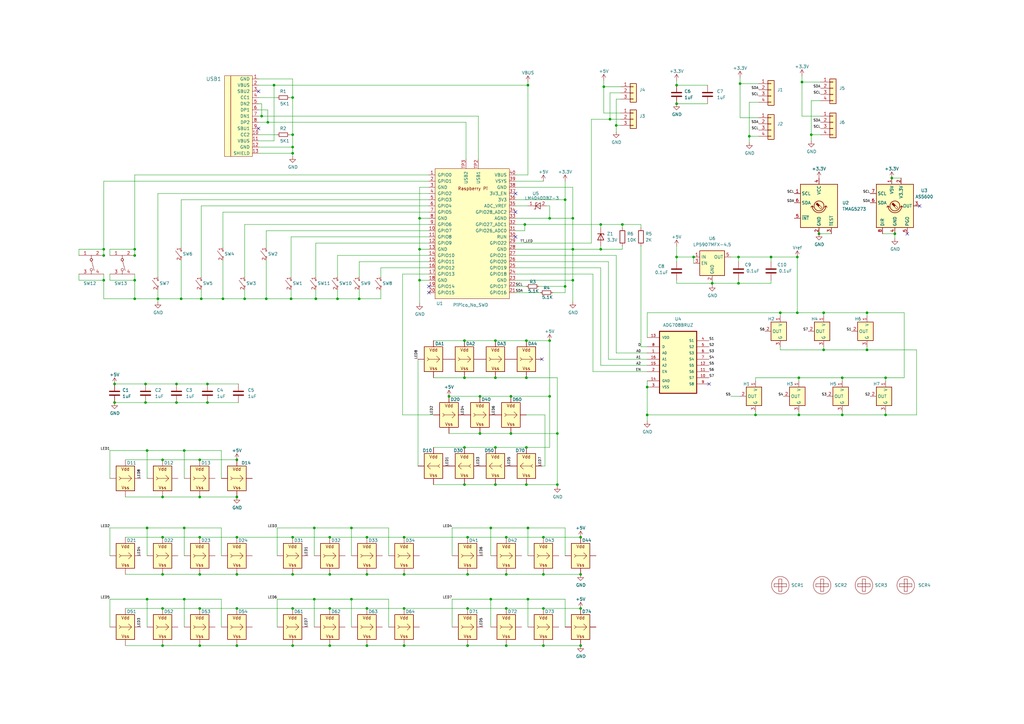
<source format=kicad_sch>
(kicad_sch (version 20250114) (generator "eeschema") (generator_version "9.0")
  (paper "A3")
  (lib_symbols
    (symbol "Connector_Generic:Conn_01x03" (pin_names (offset 1.016) (hide yes))
      (property "Reference" "J" (at 0 5.08 0))
      (property "Value" "Conn_01x03" (at 0 -5.08 0))
      (symbol "Conn_01x03_1_1"
        (pin passive line (at -5.08 2.54 0) (length 3.81) (name "Pin_1") (number "1"))
        (pin passive line (at -5.08 0 0) (length 3.81) (name "Pin_2") (number "2"))
        (pin passive line (at -5.08 -2.54 0) (length 3.81) (name "Pin_3") (number "3"))
      )
    )
    (symbol "Connector_Generic:Conn_01x04" (pin_names (offset 1.016) (hide yes))
      (property "Reference" "J" (at 0 5.08 0))
      (property "Value" "Conn_01x04" (at 0 -7.62 0))
      (symbol "Conn_01x04_1_1"
        (pin passive line (at -5.08 2.54 0) (length 3.81) (name "Pin_1") (number "1"))
        (pin passive line (at -5.08 0 0) (length 3.81) (name "Pin_2") (number "2"))
        (pin passive line (at -5.08 -2.54 0) (length 3.81) (name "Pin_3") (number "3"))
        (pin passive line (at -5.08 -5.08 0) (length 3.81) (name "Pin_4") (number "4"))
      )
    )
    (symbol "Device:C" (pin_numbers (hide yes)) (pin_names (offset 0.254))
      (property "Reference" "C" (at 0.635 2.54 0))
      (property "Value" "C" (at 0.635 -2.54 0))
      (symbol "C_1_1"
        (pin passive line (at 0 3.81 270) (length 2.794) (name "~") (number "1"))
        (pin passive line (at 0 -3.81 90) (length 2.794) (name "~") (number "2"))
      )
    )
    (symbol "Device:D_Zener" (pin_numbers (hide yes)) (pin_names (offset 1.016) (hide yes))
      (property "Reference" "D" (at 0 2.54 0))
      (property "Value" "D_Zener" (at 0 -2.54 0))
      (symbol "D_Zener_1_1"
        (pin passive line (at -3.81 0 0) (length 2.54) (name "K") (number "1"))
        (pin passive line (at 3.81 0 180) (length 2.54) (name "A") (number "2"))
      )
    )
    (symbol "Device:R" (pin_numbers (hide yes)) (pin_names (offset 0))
      (property "Reference" "R" (at 2.032 0 90))
      (property "Value" "R" (at 0 0 90))
      (symbol "R_1_1"
        (pin passive line (at 0 3.81 270) (length 1.27) (name "~") (number "1"))
        (pin passive line (at 0 -3.81 90) (length 1.27) (name "~") (number "2"))
      )
    )
    (symbol "Device:R_Small" (pin_numbers (hide yes)) (pin_names (offset 0.254) (hide yes))
      (property "Reference" "R" (at 0.762 0.508 0))
      (property "Value" "R_Small" (at 0.762 -1.016 0))
      (symbol "R_Small_1_1"
        (pin passive line (at 0 2.54 270) (length 0.762) (name "~") (number "1"))
        (pin passive line (at 0 -2.54 90) (length 0.762) (name "~") (number "2"))
      )
    )
    (symbol "Reference_Voltage:LM4040DBZ-3" (pin_names (offset 0.0254) (hide yes))
      (property "Reference" "U" (at 0 2.54 0))
      (property "Value" "LM4040DBZ-3" (at 0 -3.175 0))
      (symbol "LM4040DBZ-3_1_1"
        (pin passive line (at -3.81 0 0) (length 2.54) (name "A") (number "2"))
        (pin no_connect line (at -1.27 0 0) (length 2.54) (hide yes) (name "NC") (number "3"))
        (pin passive line (at 3.81 0 180) (length 2.54) (name "K") (number "1"))
      )
    )
    (symbol "Regulator_Linear:LP5907MFX-4.5"
      (property "Reference" "U" (at -3.81 6.35 0))
      (property "Value" "LP5907MFX-4.5" (at 6.35 6.35 0))
      (symbol "LP5907MFX-4.5_0_1"
        (pin power_in line (at -7.62 2.54 0) (length 2.54) (name "IN") (number "1"))
        (pin input line (at -7.62 0 0) (length 2.54) (name "EN") (number "3"))
        (pin power_in line (at 0 -7.62 90) (length 2.54) (name "GND") (number "2"))
        (pin no_connect line (at 5.08 0 180) (length 2.54) (hide yes) (name "NC") (number "4"))
        (pin power_out line (at 7.62 2.54 180) (length 2.54) (name "OUT") (number "5"))
      )
    )
    (symbol "Type-C:HRO-TYPE-C-31-M-12" (pin_names (offset 1.016))
      (property "Reference" "USB" (at -5.08 16.51 0))
      (property "Value" "HRO-TYPE-C-31-M-12" (at -10.16 -1.27 90))
      (symbol "HRO-TYPE-C-31-M-12_1_1"
        (pin input line (at 2.54 13.97 180) (length 2.54) (name "GND") (number "1"))
        (pin input line (at 2.54 11.43 180) (length 2.54) (name "VBUS") (number "2"))
        (pin input line (at 2.54 8.89 180) (length 2.54) (name "SBU2") (number "3"))
        (pin input line (at 2.54 6.35 180) (length 2.54) (name "CC1") (number "4"))
        (pin input line (at 2.54 3.81 180) (length 2.54) (name "DN2") (number "5"))
        (pin input line (at 2.54 1.27 180) (length 2.54) (name "DP1") (number "6"))
        (pin input line (at 2.54 -1.27 180) (length 2.54) (name "DN1") (number "7"))
        (pin input line (at 2.54 -3.81 180) (length 2.54) (name "DP2") (number "8"))
        (pin input line (at 2.54 -6.35 180) (length 2.54) (name "SBU1") (number "9"))
        (pin input line (at 2.54 -8.89 180) (length 2.54) (name "CC2") (number "10"))
        (pin input line (at 2.54 -11.43 180) (length 2.54) (name "VBUS") (number "11"))
        (pin input line (at 2.54 -13.97 180) (length 2.54) (name "GND") (number "12"))
        (pin input line (at 2.54 -16.51 180) (length 2.54) (name "SHIELD") (number "13"))
      )
    )
    (symbol "WS2812B_Unified_10" (pin_numbers (hide yes)) (pin_names (offset 0.254) (hide yes))
      (property "Reference" "D" (at 3.81 6.35 0))
      (property "Value" "WS2812B_Unified_10" (at 1.27 -5.715 0))
      (symbol "WS2812B_Unified_10_0_0"
        (text "Vdd" (at 0 3.81 0) (effects (font (size 1.27 1.27))))
        (text "Vss" (at 0 -3.81 0) (effects (font (size 1.27 1.27))))
      )
      (symbol "WS2812B_Unified_10_1_1"
        (pin input line (at -6.35 0 0) (length 2.54) (name "In") (number "I"))
        (pin power_in line (at 0 7.62 270) (length 2.54) (name "VDD") (number "V"))
        (pin power_in line (at 0 -7.62 90) (length 2.54) (name "VSS") (number "G"))
        (pin output line (at 6.35 0 180) (length 2.54) (name "Out") (number "O"))
      )
    )
    (symbol "WS2812B_Unified_2" (pin_numbers (hide yes)) (pin_names (offset 0.254) (hide yes))
      (property "Reference" "D" (at 3.81 6.35 0))
      (property "Value" "WS2812B_Unified_2" (at 1.27 -5.715 0))
      (symbol "WS2812B_Unified_2_0_0"
        (text "Vdd" (at 0 3.81 0) (effects (font (size 1.27 1.27))))
        (text "Vss" (at 0 -3.81 0) (effects (font (size 1.27 1.27))))
      )
      (symbol "WS2812B_Unified_2_1_1"
        (pin input line (at -6.35 0 0) (length 2.54) (name "In") (number "I"))
        (pin power_in line (at 0 7.62 270) (length 2.54) (name "VDD") (number "V"))
        (pin power_in line (at 0 -7.62 90) (length 2.54) (name "VSS") (number "G"))
        (pin output line (at 6.35 0 180) (length 2.54) (name "Out") (number "O"))
      )
    )
    (symbol "WS2812B_Unified_3" (pin_numbers (hide yes)) (pin_names (offset 0.254) (hide yes))
      (property "Reference" "D" (at 3.81 6.35 0))
      (property "Value" "WS2812B_Unified_3" (at 1.27 -5.715 0))
      (symbol "WS2812B_Unified_3_0_0"
        (text "Vdd" (at 0 3.81 0) (effects (font (size 1.27 1.27))))
        (text "Vss" (at 0 -3.81 0) (effects (font (size 1.27 1.27))))
      )
      (symbol "WS2812B_Unified_3_1_1"
        (pin input line (at -6.35 0 0) (length 2.54) (name "In") (number "I"))
        (pin power_in line (at 0 7.62 270) (length 2.54) (name "VDD") (number "V"))
        (pin power_in line (at 0 -7.62 90) (length 2.54) (name "VSS") (number "G"))
        (pin output line (at 6.35 0 180) (length 2.54) (name "Out") (number "O"))
      )
    )
    (symbol "WS2812B_Unified_4" (pin_numbers (hide yes)) (pin_names (offset 0.254) (hide yes))
      (property "Reference" "D" (at 3.81 6.35 0))
      (property "Value" "WS2812B_Unified_4" (at 1.27 -5.715 0))
      (symbol "WS2812B_Unified_4_0_0"
        (text "Vdd" (at 0 3.81 0) (effects (font (size 1.27 1.27))))
        (text "Vss" (at 0 -3.81 0) (effects (font (size 1.27 1.27))))
      )
      (symbol "WS2812B_Unified_4_1_1"
        (pin input line (at -6.35 0 0) (length 2.54) (name "In") (number "I"))
        (pin power_in line (at 0 7.62 270) (length 2.54) (name "VDD") (number "V"))
        (pin power_in line (at 0 -7.62 90) (length 2.54) (name "VSS") (number "G"))
        (pin output line (at 6.35 0 180) (length 2.54) (name "Out") (number "O"))
      )
    )
    (symbol "WS2812B_Unified_5" (pin_numbers (hide yes)) (pin_names (offset 0.254) (hide yes))
      (property "Reference" "D" (at 3.81 6.35 0))
      (property "Value" "WS2812B_Unified_5" (at 1.27 -5.715 0))
      (symbol "WS2812B_Unified_5_0_0"
        (text "Vdd" (at 0 3.81 0) (effects (font (size 1.27 1.27))))
        (text "Vss" (at 0 -3.81 0) (effects (font (size 1.27 1.27))))
      )
      (symbol "WS2812B_Unified_5_1_1"
        (pin input line (at -6.35 0 0) (length 2.54) (name "In") (number "I"))
        (pin power_in line (at 0 7.62 270) (length 2.54) (name "VDD") (number "V"))
        (pin power_in line (at 0 -7.62 90) (length 2.54) (name "VSS") (number "G"))
        (pin output line (at 6.35 0 180) (length 2.54) (name "Out") (number "O"))
      )
    )
    (symbol "WS2812B_Unified_6" (pin_numbers (hide yes)) (pin_names (offset 0.254) (hide yes))
      (property "Reference" "D" (at 3.81 6.35 0))
      (property "Value" "WS2812B_Unified_6" (at 1.27 -5.715 0))
      (symbol "WS2812B_Unified_6_0_0"
        (text "Vdd" (at 0 3.81 0) (effects (font (size 1.27 1.27))))
        (text "Vss" (at 0 -3.81 0) (effects (font (size 1.27 1.27))))
      )
      (symbol "WS2812B_Unified_6_1_1"
        (pin input line (at -6.35 0 0) (length 2.54) (name "In") (number "I"))
        (pin power_in line (at 0 7.62 270) (length 2.54) (name "VDD") (number "V"))
        (pin power_in line (at 0 -7.62 90) (length 2.54) (name "VSS") (number "G"))
        (pin output line (at 6.35 0 180) (length 2.54) (name "Out") (number "O"))
      )
    )
    (symbol "WS2812B_Unified_7" (pin_numbers (hide yes)) (pin_names (offset 0.254) (hide yes))
      (property "Reference" "D" (at 3.81 6.35 0))
      (property "Value" "WS2812B_Unified_7" (at 1.27 -5.715 0))
      (symbol "WS2812B_Unified_7_0_0"
        (text "Vdd" (at 0 3.81 0) (effects (font (size 1.27 1.27))))
        (text "Vss" (at 0 -3.81 0) (effects (font (size 1.27 1.27))))
      )
      (symbol "WS2812B_Unified_7_1_1"
        (pin input line (at -6.35 0 0) (length 2.54) (name "In") (number "I"))
        (pin power_in line (at 0 7.62 270) (length 2.54) (name "VDD") (number "V"))
        (pin power_in line (at 0 -7.62 90) (length 2.54) (name "VSS") (number "G"))
        (pin output line (at 6.35 0 180) (length 2.54) (name "Out") (number "O"))
      )
    )
    (symbol "WS2812B_Unified_8" (pin_numbers (hide yes)) (pin_names (offset 0.254) (hide yes))
      (property "Reference" "D" (at 3.81 6.35 0))
      (property "Value" "WS2812B_Unified_8" (at 1.27 -5.715 0))
      (symbol "WS2812B_Unified_8_0_0"
        (text "Vdd" (at 0 3.81 0) (effects (font (size 1.27 1.27))))
        (text "Vss" (at 0 -3.81 0) (effects (font (size 1.27 1.27))))
      )
      (symbol "WS2812B_Unified_8_1_1"
        (pin input line (at -6.35 0 0) (length 2.54) (name "In") (number "I"))
        (pin power_in line (at 0 7.62 270) (length 2.54) (name "VDD") (number "V"))
        (pin power_in line (at 0 -7.62 90) (length 2.54) (name "VSS") (number "G"))
        (pin output line (at 6.35 0 180) (length 2.54) (name "Out") (number "O"))
      )
    )
    (symbol "WS2812B_Unified_9" (pin_numbers (hide yes)) (pin_names (offset 0.254) (hide yes))
      (property "Reference" "D" (at 3.81 6.35 0))
      (property "Value" "WS2812B_Unified_9" (at 1.27 -5.715 0))
      (symbol "WS2812B_Unified_9_0_0"
        (text "Vdd" (at 0 3.81 0) (effects (font (size 1.27 1.27))))
        (text "Vss" (at 0 -3.81 0) (effects (font (size 1.27 1.27))))
      )
      (symbol "WS2812B_Unified_9_1_1"
        (pin input line (at -6.35 0 0) (length 2.54) (name "In") (number "I"))
        (pin power_in line (at 0 7.62 270) (length 2.54) (name "VDD") (number "V"))
        (pin power_in line (at 0 -7.62 90) (length 2.54) (name "VSS") (number "G"))
        (pin output line (at 6.35 0 180) (length 2.54) (name "Out") (number "O"))
      )
    )
    (symbol "agg:SWITCH_SPST" (pin_names (offset 0.0254) (hide yes))
      (property "Reference" "SW" (at 0 3.81 0))
      (property "Value" "SWITCH_SPST" (at 0 -2.54 0))
      (symbol "SWITCH_SPST_1_1"
        (pin passive line (at -2.54 0 0) (length 1.016) (name "\"~{\"}") (number "2"))
        (pin passive line (at 2.54 0 180) (length 1.016) (name "\"~{\"}") (number "1"))
      )
    )
    (symbol "iidx_pico:AS5600"
      (property "Reference" "U" (at 8.128 11.43 0))
      (property "Value" "AS5600" (at -2.54 11.43 0))
      (symbol "AS5600_1_1"
        (pin tri_state line (at -10.16 5.08 0) (length 2.54) (name "SCL") (number "7"))
        (pin tri_state line (at -10.16 1.27 0) (length 2.54) (name "SDA") (number "6"))
        (pin input line (at -5.08 -11.43 90) (length 2.54) (name "DIR") (number "8"))
        (pin power_in line (at -1.27 11.43 270) (length 2.54) (name "V5V") (number "1"))
        (pin power_in line (at 0 -11.43 90) (length 2.54) (name "GND") (number "4"))
        (pin power_in line (at 2.54 11.43 270) (length 2.54) (name "V3.3V") (number "2"))
        (pin input line (at 5.08 -11.43 90) (length 2.54) (name "PGO") (number "5"))
        (pin output line (at 10.16 0 180) (length 2.54) (name "OUT") (number "3"))
      )
    )
    (symbol "iidx_pico:PiPico_No_SWD" (pin_names (offset 1.016))
      (property "Reference" "U" (at -13.97 27.94 0))
      (property "Value" "PiPico_No_SWD" (at 0.254 16.002 0))
      (symbol "PiPico_No_SWD_0_0"
        (text "Raspberry Pi" (at 0.254 18.542 0) (effects (font (size 1.27 1.27))))
      )
      (symbol "PiPico_No_SWD_1_1"
        (pin bidirectional line (at -17.78 24.13 0) (length 2.54) (name "GPIO0") (number "1"))
        (pin bidirectional line (at -17.78 21.59 0) (length 2.54) (name "GPIO1") (number "2"))
        (pin power_in line (at -17.78 19.05 0) (length 2.54) (name "GND") (number "3"))
        (pin bidirectional line (at -17.78 16.51 0) (length 2.54) (name "GPIO2") (number "4"))
        (pin bidirectional line (at -17.78 13.97 0) (length 2.54) (name "GPIO3") (number "5"))
        (pin bidirectional line (at -17.78 11.43 0) (length 2.54) (name "GPIO4") (number "6"))
        (pin bidirectional line (at -17.78 8.89 0) (length 2.54) (name "GPIO5") (number "7"))
        (pin power_in line (at -17.78 6.35 0) (length 2.54) (name "GND") (number "8"))
        (pin bidirectional line (at -17.78 3.81 0) (length 2.54) (name "GPIO6") (number "9"))
        (pin bidirectional line (at -17.78 1.27 0) (length 2.54) (name "GPIO7") (number "10"))
        (pin bidirectional line (at -17.78 -1.27 0) (length 2.54) (name "GPIO8") (number "11"))
        (pin bidirectional line (at -17.78 -3.81 0) (length 2.54) (name "GPIO9") (number "12"))
        (pin power_in line (at -17.78 -6.35 0) (length 2.54) (name "GND") (number "13"))
        (pin bidirectional line (at -17.78 -8.89 0) (length 2.54) (name "GPIO10") (number "14"))
        (pin bidirectional line (at -17.78 -11.43 0) (length 2.54) (name "GPIO11") (number "15"))
        (pin bidirectional line (at -17.78 -13.97 0) (length 2.54) (name "GPIO12") (number "16"))
        (pin bidirectional line (at -17.78 -16.51 0) (length 2.54) (name "GPIO13") (number "17"))
        (pin power_in line (at -17.78 -19.05 0) (length 2.54) (name "GND") (number "18"))
        (pin bidirectional line (at -17.78 -21.59 0) (length 2.54) (name "GPIO14") (number "19"))
        (pin bidirectional line (at -17.78 -24.13 0) (length 2.54) (name "GPIO15") (number "20"))
        (pin bidirectional line (at -2.54 30.48 270) (length 3.81) (name "USB2") (number "TP3"))
        (pin bidirectional line (at 2.54 30.48 270) (length 3.81) (name "USB1") (number "TP2"))
        (pin unspecified line (at 17.78 24.13 180) (length 2.54) (name "VBUS") (number "40"))
        (pin unspecified line (at 17.78 21.59 180) (length 2.54) (name "VSYS") (number "39"))
        (pin bidirectional line (at 17.78 19.05 180) (length 2.54) (name "GND") (number "38"))
        (pin input line (at 17.78 16.51 180) (length 2.54) (name "3V3_EN") (number "37"))
        (pin unspecified line (at 17.78 13.97 180) (length 2.54) (name "3V3") (number "36"))
        (pin unspecified line (at 17.78 11.43 180) (length 2.54) (name "ADC_VREF") (number "35"))
        (pin bidirectional line (at 17.78 8.89 180) (length 2.54) (name "GPIO28_ADC2") (number "34"))
        (pin power_in line (at 17.78 6.35 180) (length 2.54) (name "AGND") (number "33"))
        (pin bidirectional line (at 17.78 3.81 180) (length 2.54) (name "GPIO27_ADC1") (number "32"))
        (pin bidirectional line (at 17.78 1.27 180) (length 2.54) (name "GPIO26_ADC0") (number "31"))
        (pin input line (at 17.78 -1.27 180) (length 2.54) (name "RUN") (number "30"))
        (pin bidirectional line (at 17.78 -3.81 180) (length 2.54) (name "GPIO22") (number "29"))
        (pin power_in line (at 17.78 -6.35 180) (length 2.54) (name "GND") (number "28"))
        (pin bidirectional line (at 17.78 -8.89 180) (length 2.54) (name "GPIO21") (number "27"))
        (pin bidirectional line (at 17.78 -11.43 180) (length 2.54) (name "GPIO20") (number "26"))
        (pin bidirectional line (at 17.78 -13.97 180) (length 2.54) (name "GPIO19") (number "25"))
        (pin bidirectional line (at 17.78 -16.51 180) (length 2.54) (name "GPIO18") (number "24"))
        (pin power_in line (at 17.78 -19.05 180) (length 2.54) (name "GND") (number "23"))
        (pin bidirectional line (at 17.78 -21.59 180) (length 2.54) (name "GPIO17") (number "22"))
        (pin bidirectional line (at 17.78 -24.13 180) (length 2.54) (name "GPIO16") (number "21"))
      )
    )
    (symbol "iidx_pico:SS49E_SOT23"
      (property "Reference" "U" (at 2.54 11.43 0))
      (property "Value" "SS49E_SOT23" (at 2.54 8.89 0))
      (symbol "SS49E_SOT23_1_1"
        (pin power_in line (at 0 6.35 270) (length 2.54) (name "V") (number "1"))
        (pin power_in line (at 0 -6.35 90) (length 2.54) (name "G") (number "3"))
        (pin output line (at 6.35 0 180) (length 2.54) (name "OUT") (number "2"))
      )
    )
    (symbol "iidx_pico:ScrewHole" (pin_names (offset 0) (hide yes))
      (property "Reference" "SCR?" (at 0.635 -5.715 0))
    )
    (symbol "iidx_pico:TMAG5273"
      (property "Reference" "U" (at 8.128 11.43 0))
      (property "Value" "TMAG5273" (at -2.54 11.43 0))
      (symbol "TMAG5273_1_1"
        (pin tri_state line (at -10.16 5.08 0) (length 2.54) (name "SCL") (number "1"))
        (pin tri_state line (at -10.16 1.27 0) (length 2.54) (name "SDA") (number "6"))
        (pin tri_state line (at -10.16 -5.08 0) (length 2.54) (name "~{INT}") (number "5"))
        (pin power_in line (at 0 11.43 270) (length 2.54) (name "VCC") (number "4"))
        (pin power_in line (at 0 -11.43 90) (length 2.54) (name "GND") (number "2"))
        (pin passive line (at 5.08 -11.43 90) (length 2.54) (name "TEST") (number "3"))
      )
    )
    (symbol "iidx_pico:Tact_4pin" (pin_names (offset 0) (hide yes))
      (property "Reference" "SW?" (at -0.635 -7.62 0))
      (symbol "Tact_4pin_1_1"
        (pin passive line (at -5.08 3.81 0) (length 5.08) (name "~") (number "1"))
        (pin passive line (at -5.08 -3.81 0) (length 5.08) (name "~") (number "3"))
        (pin passive line (at 5.08 3.81 180) (length 5.08) (name "~") (number "2"))
        (pin passive line (at 5.08 -3.81 180) (length 5.08) (name "~") (number "4"))
      )
    )
    (symbol "iidx_pico:WS2812B_Unified" (pin_numbers (hide yes)) (pin_names (offset 0.254) (hide yes))
      (property "Reference" "D" (at 3.81 6.35 0))
      (property "Value" "WS2812B_Unified" (at 1.27 -5.715 0))
      (symbol "WS2812B_Unified_0_0"
        (text "Vdd" (at 0 3.81 0) (effects (font (size 1.27 1.27))))
        (text "Vss" (at 0 -3.81 0) (effects (font (size 1.27 1.27))))
      )
      (symbol "WS2812B_Unified_1_1"
        (pin input line (at -6.35 0 0) (length 2.54) (name "In") (number "I"))
        (pin power_in line (at 0 7.62 270) (length 2.54) (name "VDD") (number "V"))
        (pin power_in line (at 0 -7.62 90) (length 2.54) (name "VSS") (number "G"))
        (pin output line (at 6.35 0 180) (length 2.54) (name "Out") (number "O"))
      )
    )
    (symbol "power:+3.3V" (power) (pin_names (offset 0))
      (property "Value" "+3.3V" (at 0 3.556 0))
      (symbol "+3.3V_1_1"
        (pin power_in line (at 0 0 90) (length 0) (hide yes) (name "+3.3V") (number "1"))
      )
    )
    (symbol "power:+5V" (power) (pin_names (offset 0))
      (property "Value" "+5V" (at 0 3.556 0))
      (symbol "+5V_1_1"
        (pin power_in line (at 0 0 90) (length 0) (hide yes) (name "+5V") (number "1"))
      )
    )
    (symbol "power:GND" (power) (pin_names (offset 0))
      (property "Value" "GND" (at 0 -3.81 0))
      (symbol "GND_1_1"
        (pin power_in line (at 0 0 270) (length 0) (hide yes) (name "GND") (number "1"))
      )
    )
    (symbol "voltex_pico:ADG708BRUZ" (pin_names (offset 1.016))
      (property "Reference" "U" (at -17.7896 41.6611 0))
      (property "Value" "ADG708BRUZ" (at -17.7934 -44.6716 0))
      (symbol "ADG708BRUZ_0_0"
        (pin power_in line (at -12.7 10.16 0) (length 5.08) (name "VDD") (number "13"))
        (pin bidirectional line (at 12.7 6.35 180) (length 5.08) (name "S2") (number "5"))
        (pin bidirectional line (at 12.7 3.81 180) (length 5.08) (name "S3") (number "6"))
        (pin bidirectional line (at 12.7 1.27 180) (length 5.08) (name "S4") (number "7"))
        (pin bidirectional line (at 12.7 -1.27 180) (length 5.08) (name "S5") (number "12"))
        (pin bidirectional line (at 12.7 -3.81 180) (length 5.08) (name "S6") (number "11"))
        (pin bidirectional line (at 12.7 -6.35 180) (length 5.08) (name "S7") (number "10"))
        (pin bidirectional line (at 12.7 -8.89 180) (length 5.08) (name "S8") (number "9"))
      )
      (symbol "ADG708BRUZ_1_0"
        (pin bidirectional line (at -12.7 6.35 0) (length 5.08) (name "D") (number "8"))
        (pin input line (at -12.7 3.81 0) (length 5.08) (name "A0") (number "1"))
        (pin input line (at -12.7 1.27 0) (length 5.08) (name "A1") (number "16"))
        (pin input line (at -12.7 -1.27 0) (length 5.08) (name "A2") (number "15"))
        (pin input line (at -12.7 -3.81 0) (length 5.08) (name "EN") (number "2"))
        (pin power_in line (at -12.7 -7.62 0) (length 5.08) (name "GND") (number "14"))
        (pin power_in line (at -12.7 -10.16 0) (length 5.08) (name "VSS") (number "3"))
        (pin bidirectional line (at 12.7 8.89 180) (length 5.08) (name "S1") (number "4"))
      )
    )
  )
  (junction (at 307.34 55.88))
  (junction (at 246.38 92.075))
  (junction (at 222.885 235.585))
  (junction (at 337.82 128.27))
  (junction (at 129.54 122.555))
  (junction (at 238.125 235.585))
  (junction (at 165.735 264.795))
  (junction (at 109.855 50.165))
  (junction (at 216.535 34.925))
  (junction (at 207.645 235.585))
  (junction (at 135.255 220.345))
  (junction (at 191.77 235.585))
  (junction (at 231.775 81.915))
  (junction (at 100.33 122.555))
  (junction (at 250.19 48.895))
  (junction (at 228.6 198.755))
  (junction (at 190.5 154.94))
  (junction (at 207.645 264.795))
  (junction (at 150.495 264.795))
  (junction (at 60.325 216.535))
  (junction (at 120.015 235.585))
  (junction (at 55.245 114.935))
  (junction (at 42.545 102.235))
  (junction (at 81.915 264.795))
  (junction (at 363.22 154.94))
  (junction (at 74.295 122.555))
  (junction (at 66.675 249.555))
  (junction (at 190.5 198.755))
  (junction (at 303.53 34.29))
  (junction (at 215.9 198.755))
  (junction (at 203.2 183.515))
  (junction (at 72.39 157.48))
  (junction (at 327.025 128.27))
  (junction (at 246.38 102.235))
  (junction (at 284.48 105.41))
  (junction (at 66.675 235.585))
  (junction (at 46.99 165.1))
  (junction (at 165.735 249.555))
  (junction (at 203.2 139.7))
  (junction (at 255.27 92.075))
  (junction (at 337.82 143.51))
  (junction (at 225.425 139.7))
  (junction (at 109.22 122.555))
  (junction (at 277.495 42.545))
  (junction (at 277.495 105.41))
  (junction (at 81.915 220.345))
  (junction (at 184.15 162.56))
  (junction (at 72.39 165.1))
  (junction (at 201.295 216.535))
  (junction (at 234.95 89.535))
  (junction (at 215.9 183.515))
  (junction (at 203.2 154.94))
  (junction (at 97.155 220.345))
  (junction (at 150.495 249.555))
  (junction (at 196.85 162.56))
  (junction (at 64.77 122.555))
  (junction (at 172.085 114.935))
  (junction (at 135.255 235.585))
  (junction (at 327.025 105.41))
  (junction (at 112.395 34.925))
  (junction (at 144.145 245.745))
  (junction (at 119.38 122.555))
  (junction (at 252.73 51.435))
  (junction (at 120.015 62.865))
  (junction (at 60.325 184.785))
  (junction (at 165.735 235.585))
  (junction (at 120.015 60.325))
  (junction (at 367.03 95.885))
  (junction (at 309.88 170.18))
  (junction (at 363.22 170.18))
  (junction (at 328.93 33.655))
  (junction (at 55.245 122.555))
  (junction (at 238.125 264.795))
  (junction (at 135.255 249.555))
  (junction (at 150.495 235.585))
  (junction (at 147.32 122.555))
  (junction (at 46.99 157.48))
  (junction (at 81.915 235.585))
  (junction (at 292.1 116.205))
  (junction (at 191.77 264.795))
  (junction (at 128.905 245.745))
  (junction (at 81.915 249.555))
  (junction (at 75.565 216.535))
  (junction (at 120.015 249.555))
  (junction (at 66.675 203.835))
  (junction (at 215.265 92.075))
  (junction (at 97.155 203.835))
  (junction (at 320.04 128.27))
  (junction (at 302.895 105.41))
  (junction (at 75.565 245.745))
  (junction (at 59.69 157.48))
  (junction (at 316.23 105.41))
  (junction (at 97.155 188.595))
  (junction (at 238.125 249.555))
  (junction (at 91.44 122.555))
  (junction (at 191.77 249.555))
  (junction (at 201.295 245.745))
  (junction (at 231.775 117.475))
  (junction (at 135.255 264.795))
  (junction (at 327.66 154.94))
  (junction (at 97.155 235.585))
  (junction (at 222.885 249.555))
  (junction (at 265.43 158.75))
  (junction (at 207.645 220.345))
  (junction (at 82.55 122.555))
  (junction (at 209.55 177.8))
  (junction (at 196.85 177.8))
  (junction (at 191.77 220.345))
  (junction (at 85.09 157.48))
  (junction (at 144.145 216.535))
  (junction (at 150.495 220.345))
  (junction (at 120.015 55.245))
  (junction (at 172.085 102.235))
  (junction (at 97.155 264.795))
  (junction (at 81.915 203.835))
  (junction (at 165.735 220.345))
  (junction (at 277.495 34.925))
  (junction (at 247.65 35.56))
  (junction (at 55.245 104.775))
  (junction (at 66.675 188.595))
  (junction (at 42.545 104.775))
  (junction (at 120.015 40.005))
  (junction (at 207.645 249.555))
  (junction (at 138.43 122.555))
  (junction (at 345.44 170.18))
  (junction (at 335.915 95.885))
  (junction (at 209.55 162.56))
  (junction (at 203.2 198.755))
  (junction (at 190.5 183.515))
  (junction (at 75.565 184.785))
  (junction (at 355.6 128.27))
  (junction (at 81.915 188.595))
  (junction (at 42.545 114.935))
  (junction (at 225.425 162.56))
  (junction (at 59.69 165.1))
  (junction (at 355.6 143.51))
  (junction (at 172.085 89.535))
  (junction (at 85.09 165.1))
  (junction (at 216.535 216.535))
  (junction (at 190.5 139.7))
  (junction (at 216.535 245.745))
  (junction (at 60.325 245.745))
  (junction (at 302.895 116.205))
  (junction (at 222.885 264.795))
  (junction (at 66.675 220.345))
  (junction (at 365.76 73.025))
  (junction (at 120.015 264.795))
  (junction (at 215.9 139.7))
  (junction (at 55.245 102.235))
  (junction (at 265.43 170.18))
  (junction (at 234.95 102.235))
  (junction (at 222.885 220.345))
  (junction (at 128.905 216.535))
  (junction (at 345.44 154.94))
  (junction (at 66.675 264.795))
  (junction (at 228.6 177.8))
  (junction (at 327.66 170.18))
  (junction (at 107.315 47.625))
  (junction (at 97.155 249.555))
  (junction (at 215.9 154.94))
  (junction (at 238.125 220.345))
  (junction (at 234.95 114.935))
  (junction (at 332.74 55.245))
  (junction (at 120.015 220.345))
  (junction (at 225.425 89.535))
  (no_connect (at 175.895 117.475))
  (no_connect (at 106.045 37.465))
  (no_connect (at 106.045 52.705))
  (no_connect (at 211.455 97.155))
  (no_connect (at 211.455 79.375))
  (no_connect (at 211.455 86.995))
  (no_connect (at 290.83 157.48))
  (no_connect (at 222.25 147.32))
  (no_connect (at 372.11 95.885))
  (no_connect (at 175.895 120.015))
  (no_connect (at 377.19 84.455))
  (wire (pts (xy 365.76 73.025) (xy 369.57 73.025)))
  (wire (pts (xy 246.38 92.075) (xy 255.27 92.075)))
  (wire (pts (xy 85.09 157.48) (xy 97.79 157.48)))
  (wire (pts (xy 120.015 32.385) (xy 120.015 40.005)))
  (wire (pts (xy 81.915 188.595) (xy 97.155 188.595)))
  (wire (pts (xy 120.015 220.345) (xy 135.255 220.345)))
  (wire (pts (xy 100.33 122.555) (xy 91.44 122.555)))
  (wire (pts (xy 172.085 76.835) (xy 172.085 89.535)))
  (wire (pts (xy 85.09 165.1) (xy 97.79 165.1)))
  (wire (pts (xy 277.495 33.02) (xy 277.495 34.925)))
  (wire (pts (xy 277.495 42.545) (xy 290.195 42.545)))
  (wire (pts (xy 262.89 142.24) (xy 265.43 142.24)))
  (wire (pts (xy 97.155 264.795) (xy 120.015 264.795)))
  (wire (pts (xy 190.5 139.7) (xy 203.2 139.7)))
  (wire (pts (xy 177.8 154.94) (xy 190.5 154.94)))
  (wire (pts (xy 144.145 216.535) (xy 144.145 227.965)))
  (wire (pts (xy 327.66 154.94) (xy 327.66 156.21)))
  (wire (pts (xy 144.145 245.745) (xy 144.145 257.175)))
  (wire (pts (xy 327.025 128.27) (xy 320.04 128.27)))
  (wire (pts (xy 375.92 143.51) (xy 375.92 170.18)))
  (wire (pts (xy 211.455 114.935) (xy 234.95 114.935)))
  (wire (pts (xy 211.455 109.855) (xy 246.38 109.855)))
  (wire (pts (xy 175.895 86.995) (xy 91.44 86.995)))
  (wire (pts (xy 191.77 220.345) (xy 207.645 220.345)))
  (wire (pts (xy 100.33 118.745) (xy 100.33 122.555)))
  (wire (pts (xy 109.22 106.68) (xy 109.22 122.555)))
  (wire (pts (xy 246.38 109.855) (xy 246.38 149.86)))
  (wire (pts (xy 225.425 139.7) (xy 225.425 162.56)))
  (wire (pts (xy 144.145 245.745) (xy 159.385 245.745)))
  (wire (pts (xy 55.245 114.935) (xy 55.245 122.555)))
  (wire (pts (xy 106.045 47.625) (xy 107.315 47.625)))
  (wire (pts (xy 215.265 94.615) (xy 215.265 92.075)))
  (wire (pts (xy 97.155 220.345) (xy 120.015 220.345)))
  (wire (pts (xy 191.135 65.405) (xy 191.135 50.165)))
  (wire (pts (xy 128.905 216.535) (xy 128.905 227.965)))
  (wire (pts (xy 112.395 57.785) (xy 112.395 34.925)))
  (wire (pts (xy 51.435 264.795) (xy 66.675 264.795)))
  (wire (pts (xy 60.325 184.785) (xy 60.325 196.215)))
  (wire (pts (xy 231.775 81.915) (xy 231.775 74.295)))
  (wire (pts (xy 223.52 170.18) (xy 223.52 191.135)))
  (wire (pts (xy 327.66 170.18) (xy 327.66 168.91)))
  (wire (pts (xy 243.205 152.4) (xy 265.43 152.4)))
  (wire (pts (xy 113.665 245.745) (xy 113.665 257.175)))
  (wire (pts (xy 81.915 264.795) (xy 97.155 264.795)))
  (wire (pts (xy 225.425 84.455) (xy 224.155 84.455)))
  (wire (pts (xy 128.905 245.745) (xy 128.905 257.175)))
  (wire (pts (xy 211.455 117.475) (xy 215.9 117.475)))
  (wire (pts (xy 327.66 154.94) (xy 345.44 154.94)))
  (wire (pts (xy 120.015 62.865) (xy 120.015 64.135)))
  (wire (pts (xy 196.215 65.405) (xy 196.215 47.625)))
  (wire (pts (xy 327.025 105.41) (xy 327.025 128.27)))
  (wire (pts (xy 225.425 89.535) (xy 234.95 89.535)))
  (wire (pts (xy 247.65 35.56) (xy 254.635 35.56)))
  (wire (pts (xy 75.565 245.745) (xy 75.565 257.175)))
  (wire (pts (xy 225.425 162.56) (xy 225.425 183.515)))
  (wire (pts (xy 302.895 116.205) (xy 292.1 116.205)))
  (wire (pts (xy 42.545 74.295) (xy 42.545 102.235)))
  (wire (pts (xy 262.89 92.075) (xy 262.89 93.345)))
  (wire (pts (xy 222.885 249.555) (xy 238.125 249.555)))
  (wire (pts (xy 119.38 118.745) (xy 119.38 122.555)))
  (wire (pts (xy 225.425 84.455) (xy 225.425 89.535)))
  (wire (pts (xy 175.895 92.075) (xy 100.33 92.075)))
  (wire (pts (xy 100.33 92.075) (xy 100.33 113.665)))
  (wire (pts (xy 345.44 170.18) (xy 345.44 168.91)))
  (wire (pts (xy 32.385 102.235) (xy 42.545 102.235)))
  (wire (pts (xy 211.455 112.395) (xy 243.205 112.395)))
  (wire (pts (xy 201.295 216.535) (xy 185.42 216.535)))
  (wire (pts (xy 60.325 245.745) (xy 75.565 245.745)))
  (wire (pts (xy 226.695 120.015) (xy 231.775 120.015)))
  (wire (pts (xy 355.6 128.27) (xy 370.84 128.27)))
  (wire (pts (xy 60.325 184.785) (xy 75.565 184.785)))
  (wire (pts (xy 222.885 264.795) (xy 238.125 264.795)))
  (wire (pts (xy 190.5 154.94) (xy 203.2 154.94)))
  (wire (pts (xy 51.435 249.555) (xy 66.675 249.555)))
  (wire (pts (xy 60.325 216.535) (xy 60.325 227.965)))
  (wire (pts (xy 191.135 50.165) (xy 109.855 50.165)))
  (wire (pts (xy 81.915 249.555) (xy 97.155 249.555)))
  (wire (pts (xy 337.82 128.27) (xy 337.82 129.54)))
  (wire (pts (xy 215.9 198.755) (xy 228.6 198.755)))
  (wire (pts (xy 81.915 203.835) (xy 97.155 203.835)))
  (wire (pts (xy 165.735 249.555) (xy 191.77 249.555)))
  (wire (pts (xy 211.455 120.015) (xy 221.615 120.015)))
  (wire (pts (xy 250.19 38.1) (xy 250.19 48.895)))
  (wire (pts (xy 302.895 114.935) (xy 302.895 116.205)))
  (wire (pts (xy 175.895 94.615) (xy 109.22 94.615)))
  (wire (pts (xy 191.77 249.555) (xy 207.645 249.555)))
  (wire (pts (xy 81.915 220.345) (xy 97.155 220.345)))
  (wire (pts (xy 265.43 170.18) (xy 309.88 170.18)))
  (wire (pts (xy 211.455 104.775) (xy 252.73 104.775)))
  (wire (pts (xy 332.74 57.785) (xy 332.74 55.245)))
  (wire (pts (xy 128.905 245.745) (xy 113.665 245.745)))
  (wire (pts (xy 284.48 105.41) (xy 284.48 107.95)))
  (wire (pts (xy 355.6 143.51) (xy 375.92 143.51)))
  (wire (pts (xy 211.455 94.615) (xy 215.265 94.615)))
  (wire (pts (xy 311.15 34.29) (xy 303.53 34.29)))
  (wire (pts (xy 211.455 107.315) (xy 249.555 107.315)))
  (wire (pts (xy 215.9 154.94) (xy 228.6 154.94)))
  (wire (pts (xy 191.77 264.795) (xy 207.645 264.795)))
  (wire (pts (xy 307.34 55.88) (xy 311.15 55.88)))
  (wire (pts (xy 75.565 245.745) (xy 90.805 245.745)))
  (wire (pts (xy 363.22 170.18) (xy 363.22 168.91)))
  (wire (pts (xy 328.93 33.655) (xy 328.93 47.625)))
  (wire (pts (xy 51.435 203.835) (xy 66.675 203.835)))
  (wire (pts (xy 51.435 235.585) (xy 66.675 235.585)))
  (wire (pts (xy 175.895 104.775) (xy 138.43 104.775)))
  (wire (pts (xy 303.53 34.29) (xy 303.53 48.26)))
  (wire (pts (xy 345.44 154.94) (xy 345.44 156.21)))
  (wire (pts (xy 302.895 107.315) (xy 302.895 105.41)))
  (wire (pts (xy 172.085 89.535) (xy 172.085 102.235)))
  (wire (pts (xy 59.69 157.48) (xy 72.39 157.48)))
  (wire (pts (xy 64.77 79.375) (xy 64.77 113.665)))
  (wire (pts (xy 234.95 114.935) (xy 234.95 123.825)))
  (wire (pts (xy 175.895 74.295) (xy 42.545 74.295)))
  (wire (pts (xy 211.455 81.915) (xy 231.775 81.915)))
  (wire (pts (xy 335.915 95.885) (xy 340.995 95.885)))
  (wire (pts (xy 32.385 114.935) (xy 42.545 114.935)))
  (wire (pts (xy 135.255 220.345) (xy 150.495 220.345)))
  (wire (pts (xy 336.55 41.275) (xy 332.74 41.275)))
  (wire (pts (xy 203.2 198.755) (xy 215.9 198.755)))
  (wire (pts (xy 215.9 139.7) (xy 225.425 139.7)))
  (wire (pts (xy 211.455 92.075) (xy 215.265 92.075)))
  (wire (pts (xy 231.775 81.915) (xy 231.775 117.475)))
  (wire (pts (xy 156.21 109.855) (xy 156.21 113.665)))
  (wire (pts (xy 60.325 245.745) (xy 45.085 245.745)))
  (wire (pts (xy 64.77 118.745) (xy 64.77 122.555)))
  (wire (pts (xy 190.5 198.755) (xy 203.2 198.755)))
  (wire (pts (xy 367.03 97.79) (xy 367.03 95.885)))
  (wire (pts (xy 207.645 264.795) (xy 222.885 264.795)))
  (wire (pts (xy 90.805 184.785) (xy 90.805 196.215)))
  (wire (pts (xy 159.385 216.535) (xy 159.385 227.965)))
  (wire (pts (xy 129.54 118.745) (xy 129.54 122.555)))
  (wire (pts (xy 165.735 220.345) (xy 191.77 220.345)))
  (wire (pts (xy 107.315 42.545) (xy 107.315 47.625)))
  (wire (pts (xy 32.385 104.775) (xy 32.385 102.235)))
  (wire (pts (xy 252.73 51.435) (xy 254.635 51.435)))
  (wire (pts (xy 209.55 162.56) (xy 225.425 162.56)))
  (wire (pts (xy 75.565 216.535) (xy 75.565 227.965)))
  (wire (pts (xy 303.53 31.75) (xy 303.53 34.29)))
  (wire (pts (xy 196.215 47.625) (xy 107.315 47.625)))
  (wire (pts (xy 246.38 149.86) (xy 265.43 149.86)))
  (wire (pts (xy 215.9 183.515) (xy 225.425 183.515)))
  (wire (pts (xy 328.93 47.625) (xy 336.55 47.625)))
  (wire (pts (xy 64.77 122.555) (xy 74.295 122.555)))
  (wire (pts (xy 109.22 94.615) (xy 109.22 101.6)))
  (wire (pts (xy 242.57 99.695) (xy 211.455 99.695)))
  (wire (pts (xy 209.55 177.8) (xy 228.6 177.8)))
  (wire (pts (xy 228.6 198.755) (xy 228.6 199.39)))
  (wire (pts (xy 201.295 245.745) (xy 201.295 257.175)))
  (wire (pts (xy 355.6 128.27) (xy 355.6 129.54)))
  (wire (pts (xy 309.88 154.94) (xy 309.88 156.21)))
  (wire (pts (xy 211.455 84.455) (xy 216.535 84.455)))
  (wire (pts (xy 135.255 249.555) (xy 150.495 249.555)))
  (wire (pts (xy 81.915 235.585) (xy 97.155 235.585)))
  (wire (pts (xy 211.455 74.295) (xy 222.885 74.295)))
  (wire (pts (xy 234.95 102.235) (xy 246.38 102.235)))
  (wire (pts (xy 72.39 165.1) (xy 85.09 165.1)))
  (wire (pts (xy 255.27 92.075) (xy 262.89 92.075)))
  (wire (pts (xy 165.735 264.795) (xy 191.77 264.795)))
  (wire (pts (xy 201.295 245.745) (xy 216.535 245.745)))
  (wire (pts (xy 222.885 235.585) (xy 238.125 235.585)))
  (wire (pts (xy 215.9 170.18) (xy 223.52 170.18)))
  (wire (pts (xy 201.295 245.745) (xy 185.42 245.745)))
  (wire (pts (xy 106.045 60.325) (xy 120.015 60.325)))
  (wire (pts (xy 109.855 45.085) (xy 109.855 50.165)))
  (wire (pts (xy 42.545 104.775) (xy 42.545 105.41)))
  (wire (pts (xy 320.04 128.27) (xy 320.04 129.54)))
  (wire (pts (xy 42.545 114.935) (xy 42.545 122.555)))
  (wire (pts (xy 252.73 40.64) (xy 252.73 51.435)))
  (wire (pts (xy 185.42 216.535) (xy 185.42 227.965)))
  (wire (pts (xy 165.1 112.395) (xy 165.1 170.18)))
  (wire (pts (xy 216.535 245.745) (xy 231.775 245.745)))
  (wire (pts (xy 277.495 34.925) (xy 290.195 34.925)))
  (wire (pts (xy 60.325 216.535) (xy 75.565 216.535)))
  (wire (pts (xy 246.38 102.235) (xy 255.27 102.235)))
  (wire (pts (xy 246.38 92.075) (xy 246.38 93.345)))
  (wire (pts (xy 128.905 216.535) (xy 144.145 216.535)))
  (wire (pts (xy 135.255 264.795) (xy 150.495 264.795)))
  (wire (pts (xy 74.295 106.68) (xy 74.295 122.555)))
  (wire (pts (xy 303.53 162.56) (xy 299.72 162.56)))
  (wire (pts (xy 138.43 122.555) (xy 129.54 122.555)))
  (wire (pts (xy 138.43 104.775) (xy 138.43 113.665)))
  (wire (pts (xy 175.895 84.455) (xy 82.55 84.455)))
  (wire (pts (xy 254.635 40.64) (xy 252.73 40.64)))
  (wire (pts (xy 201.295 216.535) (xy 216.535 216.535)))
  (wire (pts (xy 119.38 122.555) (xy 109.22 122.555)))
  (wire (pts (xy 42.545 122.555) (xy 55.245 122.555)))
  (wire (pts (xy 175.895 79.375) (xy 64.77 79.375)))
  (wire (pts (xy 255.27 100.965) (xy 255.27 102.235)))
  (wire (pts (xy 337.82 143.51) (xy 355.6 143.51)))
  (wire (pts (xy 113.665 216.535) (xy 113.665 227.965)))
  (wire (pts (xy 246.38 100.965) (xy 246.38 102.235)))
  (wire (pts (xy 228.6 177.8) (xy 228.6 198.755)))
  (wire (pts (xy 201.295 216.535) (xy 201.295 227.965)))
  (wire (pts (xy 150.495 249.555) (xy 165.735 249.555)))
  (wire (pts (xy 307.34 41.91) (xy 307.34 55.88)))
  (wire (pts (xy 184.15 162.56) (xy 196.85 162.56)))
  (wire (pts (xy 97.155 249.555) (xy 120.015 249.555)))
  (wire (pts (xy 207.645 249.555) (xy 222.885 249.555)))
  (wire (pts (xy 66.675 235.585) (xy 81.915 235.585)))
  (wire (pts (xy 222.885 220.345) (xy 238.125 220.345)))
  (wire (pts (xy 177.8 183.515) (xy 190.5 183.515)))
  (wire (pts (xy 207.645 235.585) (xy 222.885 235.585)))
  (wire (pts (xy 250.19 38.1) (xy 254.635 38.1)))
  (wire (pts (xy 242.57 48.895) (xy 250.19 48.895)))
  (wire (pts (xy 106.045 57.785) (xy 112.395 57.785)))
  (wire (pts (xy 320.04 143.51) (xy 320.04 142.24)))
  (wire (pts (xy 320.04 143.51) (xy 337.82 143.51)))
  (wire (pts (xy 370.84 154.94) (xy 363.22 154.94)))
  (wire (pts (xy 316.23 107.315) (xy 316.23 105.41)))
  (wire (pts (xy 112.395 34.925) (xy 216.535 34.925)))
  (wire (pts (xy 128.905 245.745) (xy 144.145 245.745)))
  (wire (pts (xy 292.1 116.84) (xy 292.1 116.205)))
  (wire (pts (xy 265.43 128.27) (xy 320.04 128.27)))
  (wire (pts (xy 185.42 245.745) (xy 185.42 257.175)))
  (wire (pts (xy 119.38 97.155) (xy 119.38 113.665)))
  (wire (pts (xy 147.32 118.745) (xy 147.32 122.555)))
  (wire (pts (xy 106.045 50.165) (xy 109.855 50.165)))
  (wire (pts (xy 203.2 139.7) (xy 215.9 139.7)))
  (wire (pts (xy 45.085 216.535) (xy 45.085 227.965)))
  (wire (pts (xy 128.905 216.535) (xy 113.665 216.535)))
  (wire (pts (xy 175.895 99.695) (xy 129.54 99.695)))
  (wire (pts (xy 75.565 184.785) (xy 75.565 196.215)))
  (wire (pts (xy 203.2 154.94) (xy 215.9 154.94)))
  (wire (pts (xy 336.55 33.655) (xy 328.93 33.655)))
  (wire (pts (xy 175.895 81.915) (xy 74.295 81.915)))
  (wire (pts (xy 337.82 143.51) (xy 337.82 142.24)))
  (wire (pts (xy 106.045 55.245) (xy 113.665 55.245)))
  (wire (pts (xy 82.55 84.455) (xy 82.55 113.665)))
  (wire (pts (xy 32.385 112.395) (xy 32.385 114.935)))
  (wire (pts (xy 231.775 216.535) (xy 231.775 227.965)))
  (wire (pts (xy 66.675 249.555) (xy 81.915 249.555)))
  (wire (pts (xy 216.535 216.535) (xy 231.775 216.535)))
  (wire (pts (xy 207.645 220.345) (xy 222.885 220.345)))
  (wire (pts (xy 309.88 154.94) (xy 327.66 154.94)))
  (wire (pts (xy 332.74 55.245) (xy 336.55 55.245)))
  (wire (pts (xy 120.015 264.795) (xy 135.255 264.795)))
  (wire (pts (xy 150.495 235.585) (xy 165.735 235.585)))
  (wire (pts (xy 355.6 128.27) (xy 337.82 128.27)))
  (wire (pts (xy 172.085 102.235) (xy 172.085 114.935)))
  (wire (pts (xy 106.045 40.005) (xy 113.665 40.005)))
  (wire (pts (xy 361.95 95.885) (xy 367.03 95.885)))
  (wire (pts (xy 277.495 107.315) (xy 277.495 105.41)))
  (wire (pts (xy 265.43 138.43) (xy 265.43 128.27)))
  (wire (pts (xy 252.73 53.975) (xy 252.73 51.435)))
  (wire (pts (xy 223.52 191.135) (xy 222.25 191.135)))
  (wire (pts (xy 51.435 188.595) (xy 66.675 188.595)))
  (wire (pts (xy 327.66 170.18) (xy 309.88 170.18)))
  (wire (pts (xy 309.88 170.18) (xy 309.88 168.91)))
  (wire (pts (xy 120.015 55.245) (xy 118.745 55.245)))
  (wire (pts (xy 64.77 122.555) (xy 64.77 123.825)))
  (wire (pts (xy 370.84 128.27) (xy 370.84 154.94)))
  (wire (pts (xy 247.65 35.56) (xy 247.65 46.355)))
  (wire (pts (xy 55.245 114.935) (xy 55.245 112.395)))
  (wire (pts (xy 228.6 154.94) (xy 228.6 177.8)))
  (wire (pts (xy 91.44 122.555) (xy 82.55 122.555)))
  (wire (pts (xy 247.65 46.355) (xy 254.635 46.355)))
  (wire (pts (xy 265.43 158.75) (xy 265.43 170.18)))
  (wire (pts (xy 277.495 114.935) (xy 277.495 116.205)))
  (wire (pts (xy 265.43 170.18) (xy 265.43 172.72)))
  (wire (pts (xy 150.495 220.345) (xy 165.735 220.345)))
  (wire (pts (xy 249.555 147.32) (xy 265.43 147.32)))
  (wire (pts (xy 165.1 170.18) (xy 177.8 170.18)))
  (wire (pts (xy 106.045 32.385) (xy 120.015 32.385)))
  (wire (pts (xy 106.045 34.925) (xy 112.395 34.925)))
  (wire (pts (xy 72.39 157.48) (xy 85.09 157.48)))
  (wire (pts (xy 45.085 112.395) (xy 45.085 114.935)))
  (wire (pts (xy 175.895 107.315) (xy 147.32 107.315)))
  (wire (pts (xy 135.255 235.585) (xy 150.495 235.585)))
  (wire (pts (xy 171.45 147.32) (xy 171.45 191.135)))
  (wire (pts (xy 42.545 102.235) (xy 42.545 104.775)))
  (wire (pts (xy 277.495 105.41) (xy 284.48 105.41)))
  (wire (pts (xy 109.22 122.555) (xy 100.33 122.555)))
  (wire (pts (xy 45.085 114.935) (xy 55.245 114.935)))
  (wire (pts (xy 55.245 102.235) (xy 55.245 104.775)))
  (wire (pts (xy 175.895 76.835) (xy 172.085 76.835)))
  (wire (pts (xy 172.085 114.935) (xy 175.895 114.935)))
  (wire (pts (xy 216.535 216.535) (xy 216.535 227.965)))
  (wire (pts (xy 332.74 41.275) (xy 332.74 55.245)))
  (wire (pts (xy 234.95 102.235) (xy 234.95 114.935)))
  (wire (pts (xy 144.145 216.535) (xy 159.385 216.535)))
  (wire (pts (xy 120.015 235.585) (xy 135.255 235.585)))
  (wire (pts (xy 129.54 99.695) (xy 129.54 113.665)))
  (wire (pts (xy 90.805 216.535) (xy 90.805 227.965)))
  (wire (pts (xy 337.82 128.27) (xy 327.025 128.27)))
  (wire (pts (xy 242.57 48.895) (xy 242.57 99.695)))
  (wire (pts (xy 203.2 183.515) (xy 215.9 183.515)))
  (wire (pts (xy 74.295 81.915) (xy 74.295 101.6)))
  (wire (pts (xy 234.95 89.535) (xy 234.95 102.235)))
  (wire (pts (xy 211.455 89.535) (xy 225.425 89.535)))
  (wire (pts (xy 220.98 117.475) (xy 231.775 117.475)))
  (wire (pts (xy 60.325 216.535) (xy 45.085 216.535)))
  (wire (pts (xy 55.245 71.755) (xy 55.245 102.235)))
  (wire (pts (xy 316.23 116.205) (xy 302.895 116.205)))
  (wire (pts (xy 363.22 170.18) (xy 345.44 170.18)))
  (wire (pts (xy 82.55 122.555) (xy 74.295 122.555)))
  (wire (pts (xy 91.44 86.995) (xy 91.44 101.6)))
  (wire (pts (xy 302.895 105.41) (xy 299.72 105.41)))
  (wire (pts (xy 211.455 76.835) (xy 234.95 76.835)))
  (wire (pts (xy 156.21 122.555) (xy 147.32 122.555)))
  (wire (pts (xy 66.675 264.795) (xy 81.915 264.795)))
  (wire (pts (xy 175.895 109.855) (xy 156.21 109.855)))
  (wire (pts (xy 252.73 144.78) (xy 265.43 144.78)))
  (wire (pts (xy 375.92 170.18) (xy 363.22 170.18)))
  (wire (pts (xy 211.455 102.235) (xy 234.95 102.235)))
  (wire (pts (xy 106.045 62.865) (xy 120.015 62.865)))
  (wire (pts (xy 231.775 120.015) (xy 231.775 117.475)))
  (wire (pts (xy 42.545 114.935) (xy 42.545 112.395)))
  (wire (pts (xy 120.015 40.005) (xy 120.015 55.245)))
  (wire (pts (xy 165.735 235.585) (xy 191.77 235.585)))
  (wire (pts (xy 265.43 156.21) (xy 265.43 158.75)))
  (wire (pts (xy 45.085 184.785) (xy 45.085 196.215)))
  (wire (pts (xy 234.95 76.835) (xy 234.95 89.535)))
  (wire (pts (xy 45.085 104.775) (xy 45.085 102.235)))
  (wire (pts (xy 138.43 118.745) (xy 138.43 122.555)))
  (wire (pts (xy 262.89 100.965) (xy 262.89 142.24)))
  (wire (pts (xy 120.015 60.325) (xy 120.015 62.865)))
  (wire (pts (xy 59.69 165.1) (xy 72.39 165.1)))
  (wire (pts (xy 147.32 107.315) (xy 147.32 113.665)))
  (wire (pts (xy 311.15 41.91) (xy 307.34 41.91)))
  (wire (pts (xy 175.895 97.155) (xy 119.38 97.155)))
  (wire (pts (xy 55.245 122.555) (xy 64.77 122.555)))
  (wire (pts (xy 51.435 220.345) (xy 66.675 220.345)))
  (wire (pts (xy 46.99 165.1) (xy 59.69 165.1)))
  (wire (pts (xy 250.19 48.895) (xy 254.635 48.895)))
  (wire (pts (xy 55.245 104.775) (xy 55.245 105.41)))
  (wire (pts (xy 231.775 245.745) (xy 231.775 257.175)))
  (wire (pts (xy 150.495 264.795) (xy 165.735 264.795)))
  (wire (pts (xy 303.53 48.26) (xy 311.15 48.26)))
  (wire (pts (xy 60.325 245.745) (xy 60.325 257.175)))
  (wire (pts (xy 363.22 154.94) (xy 363.22 156.21)))
  (wire (pts (xy 75.565 216.535) (xy 90.805 216.535)))
  (wire (pts (xy 66.675 220.345) (xy 81.915 220.345)))
  (wire (pts (xy 216.535 34.925) (xy 216.535 33.655)))
  (wire (pts (xy 215.265 92.075) (xy 246.38 92.075)))
  (wire (pts (xy 252.73 104.775) (xy 252.73 144.78)))
  (wire (pts (xy 184.15 177.8) (xy 196.85 177.8)))
  (wire (pts (xy 66.675 188.595) (xy 81.915 188.595)))
  (wire (pts (xy 106.045 45.085) (xy 109.855 45.085)))
  (wire (pts (xy 120.015 55.245) (xy 120.015 60.325)))
  (wire (pts (xy 316.23 114.935) (xy 316.23 116.205)))
  (wire (pts (xy 45.085 245.745) (xy 45.085 257.175)))
  (wire (pts (xy 328.93 31.115) (xy 328.93 33.655)))
  (wire (pts (xy 75.565 184.785) (xy 90.805 184.785)))
  (wire (pts (xy 292.1 116.205) (xy 292.1 115.57)))
  (wire (pts (xy 216.535 245.745) (xy 216.535 257.175)))
  (wire (pts (xy 91.44 106.68) (xy 91.44 122.555)))
  (wire (pts (xy 45.085 102.235) (xy 55.245 102.235)))
  (wire (pts (xy 355.6 143.51) (xy 355.6 142.24)))
  (wire (pts (xy 175.895 112.395) (xy 165.1 112.395)))
  (wire (pts (xy 156.21 118.745) (xy 156.21 122.555)))
  (wire (pts (xy 120.015 249.555) (xy 135.255 249.555)))
  (wire (pts (xy 106.045 42.545) (xy 107.315 42.545)))
  (wire (pts (xy 172.085 89.535) (xy 175.895 89.535)))
  (wire (pts (xy 177.8 139.7) (xy 190.5 139.7)))
  (wire (pts (xy 196.85 162.56) (xy 209.55 162.56)))
  (wire (pts (xy 243.205 112.395) (xy 243.205 152.4)))
  (wire (pts (xy 191.77 235.585) (xy 207.645 235.585)))
  (wire (pts (xy 120.015 40.005) (xy 118.745 40.005)))
  (wire (pts (xy 211.455 71.755) (xy 216.535 71.755)))
  (wire (pts (xy 45.085 184.785) (xy 60.325 184.785)))
  (wire (pts (xy 345.44 154.94) (xy 363.22 154.94)))
  (wire (pts (xy 196.85 177.8) (xy 209.55 177.8)))
  (wire (pts (xy 307.34 58.42) (xy 307.34 55.88)))
  (wire (pts (xy 249.555 107.315) (xy 249.555 147.32)))
  (wire (pts (xy 97.155 235.585) (xy 120.015 235.585)))
  (wire (pts (xy 277.495 100.965) (xy 277.495 105.41)))
  (wire (pts (xy 175.895 71.755) (xy 55.245 71.755)))
  (wire (pts (xy 302.895 105.41) (xy 316.23 105.41)))
  (wire (pts (xy 190.5 183.515) (xy 203.2 183.515)))
  (wire (pts (xy 247.65 33.02) (xy 247.65 35.56)))
  (wire (pts (xy 216.535 34.925) (xy 216.535 71.755)))
  (wire (pts (xy 172.085 114.935) (xy 172.085 124.46)))
  (wire (pts (xy 316.23 105.41) (xy 327.025 105.41)))
  (wire (pts (xy 129.54 122.555) (xy 119.38 122.555)))
  (wire (pts (xy 172.085 102.235) (xy 175.895 102.235)))
  (wire (pts (xy 46.99 157.48) (xy 59.69 157.48)))
  (wire (pts (xy 345.44 170.18) (xy 327.66 170.18)))
  (wire (pts (xy 147.32 122.555) (xy 138.43 122.555)))
  (wire (pts (xy 177.8 198.755) (xy 190.5 198.755)))
  (wire (pts (xy 255.27 93.345) (xy 255.27 92.075)))
  (wire (pts (xy 66.675 203.835) (xy 81.915 203.835)))
  (wire (pts (xy 277.495 116.205) (xy 292.1 116.205)))
  (wire (pts (xy 90.805 245.745) (xy 90.805 257.175)))
  (wire (pts (xy 82.55 118.745) (xy 82.55 122.555)))
  (wire (pts (xy 159.385 245.745) (xy 159.385 257.175)))
  (label "SCL" (at 336.55 52.705 180) (effects (font (size 1 1))))
  (label "SDA" (at 356.87 83.185 180) (effects (font (size 1 1))))
  (label "LED6" (at 203.2 170.18 90) (effects (font (size 1 1))))
  (label "LED1" (at 184.15 191.135 90) (effects (font (size 1 1))))
  (label "SDA" (at 311.15 50.8 180) (effects (font (size 1 1))))
  (label "LED4" (at 190.5 170.18 90) (effects (font (size 1 1))))
  (label "LED2" (at 177.8 170.18 90) (effects (font (size 1 1))))
  (label "LED7" (at 185.42 245.745 180) (effects (font (size 1 1))))
  (label "LED1" (at 126.365 227.965 90) (effects (font (size 1 1))))
  (label "LED8" (at 57.785 196.215 90) (effects (font (size 1 1))))
  (label "S4" (at 290.83 147.32 0) (effects (font (size 1 1))))
  (label "A1" (at 262.89 147.32 180) (effects (font (size 1 1))))
  (label "S7" (at 290.83 154.94 0) (effects (font (size 1 1))))
  (label "TT_LED" (at 213.36 99.695 0) (effects (font (size 1 1))))
  (label "SDA" (at 211.455 120.015 0) (effects (font (size 1 1))))
  (label "EN" (at 262.89 152.4 180) (effects (font (size 1 1))))
  (label "LED2" (at 45.085 216.535 180) (effects (font (size 1 1))))
  (label "S1" (at 290.83 139.7 0) (effects (font (size 1 1))))
  (label "S4" (at 321.31 162.56 180) (effects (font (size 1 1))))
  (label "LED8" (at 171.45 147.32 90) (effects (font (size 1 1))))
  (label "LED3" (at 57.785 257.175 90) (effects (font (size 1 1))))
  (label "LED7" (at 222.25 191.135 90) (effects (font (size 1 1))))
  (label "LED6" (at 113.665 245.745 180) (effects (font (size 1 1))))
  (label "A0" (at 262.89 144.78 180) (effects (font (size 1 1))))
  (label "SCL" (at 336.55 38.735 180) (effects (font (size 1 1))))
  (label "LED6" (at 198.12 227.965 90) (effects (font (size 1 1))))
  (label "SDA" (at 325.755 83.185 180) (effects (font (size 1 1))))
  (label "LED3" (at 113.665 216.535 180) (effects (font (size 1 1))))
  (label "SDA" (at 311.15 36.83 180) (effects (font (size 1 1))))
  (label "LED4" (at 185.42 216.535 180) (effects (font (size 1 1))))
  (label "S6" (at 290.83 152.4 0) (effects (font (size 1 1))))
  (label "S5" (at 290.83 149.86 0) (effects (font (size 1 1))))
  (label "D" (at 262.89 142.24 180) (effects (font (size 1 1))))
  (label "SDA" (at 336.55 50.165 180) (effects (font (size 1 1))))
  (label "SCL" (at 311.15 39.37 180) (effects (font (size 1 1))))
  (label "S3" (at 290.83 144.78 0) (effects (font (size 1 1))))
  (label "SCL" (at 356.87 79.375 180) (effects (font (size 1 1))))
  (label "LED3" (at 196.85 191.135 90) (effects (font (size 1 1))))
  (label "SCL" (at 325.755 79.375 180) (effects (font (size 1 1))))
  (label "S3" (at 339.09 162.56 180) (effects (font (size 1 1))))
  (label "LED7" (at 126.365 257.175 90) (effects (font (size 1 1))))
  (label "S5" (at 299.72 162.56 180) (effects (font (size 1 1))))
  (label "SCL" (at 311.15 53.34 180) (effects (font (size 1 1))))
  (label "LED5" (at 45.085 245.745 180) (effects (font (size 1 1))))
  (label "S6" (at 313.69 135.89 180) (effects (font (size 1 1))))
  (label "LED5" (at 209.55 191.135 90) (effects (font (size 1 1))))
  (label "S2" (at 290.83 142.24 0) (effects (font (size 1 1))))
  (label "S2" (at 356.87 162.56 180) (effects (font (size 1 1))))
  (label "LED5" (at 198.12 257.175 90) (effects (font (size 1 1))))
  (label "S1" (at 349.25 135.89 180) (effects (font (size 1 1))))
  (label "LED4" (at 57.785 227.965 90) (effects (font (size 1 1))))
  (label "A2" (at 262.89 149.86 180) (effects (font (size 1 1))))
  (label "S7" (at 331.47 135.89 180) (effects (font (size 1 1))))
  (label "SDA" (at 336.55 36.195 180) (effects (font (size 1 1))))
  (label "LED1" (at 45.085 184.785 180) (effects (font (size 1 1))))
  (label "SCL" (at 211.455 117.475 0) (effects (font (size 1 1))))
  (symbol (lib_id "Type-C:HRO-TYPE-C-31-M-12") (at 103.505 46.355 0) (unit 1)
    (property "Reference" "USB1" (at 84.455 32.385 0) (effects (font (size 1.524 1.524)) (justify left)))
    (property "Value" "U262-161N-4BVC11" (effects (hide yes)))
    (property "Footprint" "Type-C:HRO-TYPE-C-31-M-12-Assembly" (effects (hide yes)))
    (property "LCSC" "C319148" (effects (hide yes)))
  )
  (symbol (lib_id "power:GND") (at 120.015 64.135 0) (unit 1)
    (property "Reference" "#PWR0112" (effects (hide yes)))
    (property "Value" "GND" (at 120.142 68.5292 0))
  )
  (symbol (lib_id "power:+5V") (at 216.535 33.655 0) (unit 1)
    (property "Reference" "#PWR0114" (effects (hide yes)))
    (property "Value" "VBUS" (at 216.535 29.845 0))
  )
  (symbol (lib_id "Device:R_Small") (at 116.205 55.245 90) (unit 1)
    (property "Reference" "R2" (at 117.475 52.705 90) (effects (justify left)))
    (property "Value" "5K1" (at 118.745 57.785 90) (effects (justify left)))
    (property "Footprint" "Resistor_SMD:R_0603_1608Metric_Pad0.98x0.95mm_HandSolder" (effects (hide yes)))
    (property "LCSC" "C23186" (effects (hide yes)))
  )
  (symbol (lib_id "Device:R_Small") (at 116.205 40.005 90) (unit 1)
    (property "Reference" "R1" (at 117.475 37.465 90) (effects (justify left)))
    (property "Value" "5K1" (at 118.745 42.545 90) (effects (justify left)))
    (property "Footprint" "Resistor_SMD:R_0603_1608Metric_Pad0.98x0.95mm_HandSolder" (effects (hide yes)))
    (property "LCSC" "C23186" (effects (hide yes)))
  )
  (symbol (lib_name "WS2812B_Unified_10") (lib_id "iidx_pico:WS2812B_Unified") (at 191.77 257.175 0) (unit 1)
    (property "Reference" "D71" (at 194.31 250.825 0))
    (property "Value" "WS2812B_Unified" (effects (hide yes)))
    (property "Footprint" "iidx_pico:WS2812B-1615" (effects (hide yes)))
  )
  (symbol (lib_name "WS2812B_Unified_6") (lib_id "iidx_pico:WS2812B_Unified") (at 81.915 257.175 0) (unit 1)
    (property "Reference" "D53" (at 84.455 250.825 0))
    (property "Value" "WS2812B_Unified" (effects (hide yes)))
    (property "Footprint" "iidx_pico:WS2812B-1615" (effects (hide yes)))
  )
  (symbol (lib_name "WS2812B_Unified_6") (lib_id "iidx_pico:WS2812B_Unified") (at 238.125 257.175 0) (unit 1)
    (property "Reference" "D74" (at 240.665 250.825 0))
    (property "Value" "WS2812B_Unified" (effects (hide yes)))
    (property "Footprint" "iidx_pico:WS2812B-1615" (effects (hide yes)))
  )
  (symbol (lib_name "WS2812B_Unified_6") (lib_id "iidx_pico:WS2812B_Unified") (at 191.77 227.965 0) (unit 1)
    (property "Reference" "D41" (at 194.31 221.615 0))
    (property "Value" "WS2812B_Unified" (effects (hide yes)))
    (property "Footprint" "iidx_pico:WS2812B-1615" (effects (hide yes)))
  )
  (symbol (lib_name "WS2812B_Unified_6") (lib_id "iidx_pico:WS2812B_Unified") (at 207.645 257.175 0) (unit 1)
    (property "Reference" "D72" (at 210.185 250.825 0))
    (property "Value" "WS2812B_Unified" (effects (hide yes)))
    (property "Footprint" "iidx_pico:WS2812B-1615" (effects (hide yes)))
  )
  (symbol (lib_id "iidx_pico:Tact_4pin") (at 37.465 108.585 0) (unit 1)
    (property "Reference" "SW12" (at 36.83 116.205 0))
    (property "Value" "Tact_4pin" (effects (hide yes)))
    (property "Footprint" "iidx_pico:EVQP1K05M" (effects (hide yes)))
    (property "LCSC" "C231726" (effects (hide yes)))
  )
  (symbol (lib_id "iidx_pico:SS49E_SOT23") (at 355.6 135.89 0) (mirror y) (unit 1)
    (property "Reference" "H6" (at 350.52 130.81 0) (effects (justify right)))
    (property "Value" "SS49E_SOT23" (effects (hide yes)))
    (property "Footprint" "iidx_pico:SOT-23-FAT" (effects (hide yes)))
  )
  (symbol (lib_name "WS2812B_Unified_6") (lib_id "iidx_pico:WS2812B_Unified") (at 66.675 196.215 0) (unit 1)
    (property "Reference" "D12" (at 69.215 189.865 0))
    (property "Value" "WS2812B_Unified" (effects (hide yes)))
    (property "Footprint" "iidx_pico:WS2812B-1615" (effects (hide yes)))
  )
  (symbol (lib_id "power:GND") (at 332.74 57.785 0) (unit 1)
    (property "Reference" "#PWR012" (effects (hide yes)))
    (property "Value" "GND" (at 332.867 62.1792 0))
  )
  (symbol (lib_id "agg:SWITCH_SPST") (at 109.22 104.14 90) (unit 1)
    (property "Reference" "SW2" (at 109.855 104.14 90) (effects (justify right)))
    (property "Value" "SWITCH_SPST" (effects (hide yes)))
    (property "Footprint" "iidx_pico:SW_Kailh_Choc_HE_IIDX" (effects (hide yes)))
  )
  (symbol (lib_id "power:+5V") (at 277.495 100.965 0) (unit 1)
    (property "Reference" "#PWR016" (effects (hide yes)))
    (property "Value" "+5V" (at 277.495 97.155 0))
  )
  (symbol (lib_id "Device:C") (at 46.99 161.29 0) (unit 1)
    (property "Reference" "C1" (at 50.165 160.0199 0) (effects (justify left)))
    (property "Value" "1uF" (at 50.165 162.5599 0) (effects (justify left)))
    (property "Footprint" "Capacitor_SMD:C_0603_1608Metric_Pad1.08x0.95mm_HandSolder" (effects (hide yes)))
  )
  (symbol (lib_id "Device:C") (at 85.09 161.29 0) (unit 1)
    (property "Reference" "C4" (at 88.9 160.0199 0) (effects (justify left)))
    (property "Value" "1uF" (at 88.9 162.5599 0) (effects (justify left)))
    (property "Footprint" "Capacitor_SMD:C_0603_1608Metric_Pad1.08x0.95mm_HandSolder" (effects (hide yes)))
  )
  (symbol (lib_id "Device:D_Zener") (at 246.38 97.155 270) (unit 1)
    (property "Reference" "Z1" (at 248.92 95.8849 90) (effects (justify left)))
    (property "Value" "3.3V" (at 248.92 98.4249 90) (effects (justify left)))
    (property "Footprint" "Diode_SMD:D_SOD-123F" (effects (hide yes)))
    (property "Description" "Zener diode" (effects (hide yes)))
  )
  (symbol (lib_name "WS2812B_Unified_7") (lib_id "iidx_pico:WS2812B_Unified") (at 190.5 147.32 0) (unit 1)
    (property "Reference" "DA2" (at 193.04 140.97 0))
    (property "Value" "WS2812B_Unified" (effects (hide yes)))
    (property "Footprint" "iidx_pico:WS2812B-2835" (effects (hide yes)))
  )
  (symbol (lib_name "WS2812B_Unified_3") (lib_id "iidx_pico:WS2812B_Unified") (at 184.15 170.18 0) (unit 1)
    (property "Reference" "D20" (at 186.69 163.83 0))
    (property "Value" "WS2812B_Unified" (effects (hide yes)))
    (property "Footprint" "iidx_pico:WS2812B-2835" (effects (hide yes)))
  )
  (symbol (lib_name "WS2812B_Unified_8") (lib_id "iidx_pico:WS2812B_Unified") (at 177.8 147.32 0) (unit 1)
    (property "Reference" "DA1" (at 180.34 140.97 0))
    (property "Value" "WS2812B_Unified" (effects (hide yes)))
    (property "Footprint" "iidx_pico:WS2812B-2835" (effects (hide yes)))
  )
  (symbol (lib_id "power:+5V") (at 46.99 157.48 0) (unit 1)
    (property "Reference" "#PWR0113" (effects (hide yes)))
    (property "Value" "+5V" (at 46.99 153.67 0))
  )
  (symbol (lib_id "power:GND") (at 46.99 165.1 0) (unit 1)
    (property "Reference" "#PWR0116" (effects (hide yes)))
    (property "Value" "GND" (at 47.117 169.4942 0))
  )
  (symbol (lib_id "power:GND") (at 335.915 95.885 0) (unit 1)
    (property "Reference" "#PWR08" (effects (hide yes)))
    (property "Value" "GND" (at 336.042 100.2792 0))
  )
  (symbol (lib_name "WS2812B_Unified_6") (lib_id "iidx_pico:WS2812B_Unified") (at 165.735 227.965 0) (unit 1)
    (property "Reference" "D34" (at 168.275 221.615 0))
    (property "Value" "WS2812B_Unified" (effects (hide yes)))
    (property "Footprint" "iidx_pico:WS2812B-1615" (effects (hide yes)))
  )
  (symbol (lib_id "power:GND") (at 234.95 123.825 0) (unit 1)
    (property "Reference" "#PWR0103" (effects (hide yes)))
    (property "Value" "GND" (at 235.077 128.2192 0))
  )
  (symbol (lib_id "Device:R_Small") (at 224.155 120.015 270) (unit 1)
    (property "Reference" "R4" (at 222.885 118.11 90) (effects (justify left)))
    (property "Value" "5.1K" (at 222.25 121.92 90) (effects (justify left)))
    (property "Footprint" "Resistor_SMD:R_0603_1608Metric_Pad0.98x0.95mm_HandSolder" (effects (hide yes)))
    (property "LCSC" "C23186" (effects (hide yes)))
  )
  (symbol (lib_name "WS2812B_Unified_6") (lib_id "iidx_pico:WS2812B_Unified") (at 177.8 191.135 0) (mirror y) (unit 1)
    (property "Reference" "D10" (at 175.26 184.785 0))
    (property "Value" "WS2812B_Unified" (effects (hide yes)))
    (property "Footprint" "iidx_pico:WS2812B-2835" (effects (hide yes)))
  )
  (symbol (lib_id "Device:C") (at 302.895 111.125 0) (unit 1)
    (property "Reference" "C9" (at 305.435 108.585 0) (effects (justify left)))
    (property "Value" "0.1uF" (at 306.07 111.125 0) (effects (justify left)))
    (property "Footprint" "Capacitor_SMD:C_0603_1608Metric_Pad1.08x0.95mm_HandSolder" (effects (hide yes)))
    (property "Description" "Unpolarized capacitor" (effects (hide yes)))
  )
  (symbol (lib_id "power:GND") (at 367.03 97.79 0) (unit 1)
    (property "Reference" "#PWR014" (effects (hide yes)))
    (property "Value" "GND" (at 367.157 102.1842 0))
  )
  (symbol (lib_id "Device:C") (at 72.39 161.29 0) (unit 1)
    (property "Reference" "C3" (at 76.2 160.0199 0) (effects (justify left)))
    (property "Value" "1uF" (at 76.2 162.5599 0) (effects (justify left)))
    (property "Footprint" "Capacitor_SMD:C_0603_1608Metric_Pad1.08x0.95mm_HandSolder" (effects (hide yes)))
  )
  (symbol (lib_id "power:+5V") (at 184.15 162.56 0) (unit 1)
    (property "Reference" "#PWR0115" (effects (hide yes)))
    (property "Value" "+5V" (at 184.15 158.75 0))
  )
  (symbol (lib_id "power:+5V") (at 238.125 249.555 0) (unit 1)
    (property "Reference" "#PWR0107" (effects (hide yes)))
    (property "Value" "+5V" (at 238.125 245.745 0))
  )
  (symbol (lib_id "iidx_pico:ScrewHole") (at 337.185 240.03 0) (unit 1)
    (property "Reference" "SCR2" (at 342.265 240.0299 0) (effects (justify left)))
    (property "Value" "ScrewHole" (effects (hide yes)))
    (property "Footprint" "iidx_pico:MountingHole_3.2mm_M3" (effects (hide yes)))
  )
  (symbol (lib_name "WS2812B_Unified_6") (lib_id "iidx_pico:WS2812B_Unified") (at 238.125 227.965 0) (unit 1)
    (property "Reference" "D44" (at 240.665 221.615 0))
    (property "Value" "WS2812B_Unified" (effects (hide yes)))
    (property "Footprint" "iidx_pico:WS2812B-1615" (effects (hide yes)))
  )
  (symbol (lib_id "Connector_Generic:Conn_01x03") (at 259.715 38.1 0) (unit 1)
    (property "Reference" "J4" (at 262.255 36.8299 0) (effects (justify left)))
    (property "Value" "RGB" (effects (hide yes)))
    (property "Footprint" "iidx_pico:SH1.0_3P_Solder_Combo" (effects (hide yes)))
    (property "Description" "Generic connector, single row, 01x03, script generated (kicad-library-utils/schlib/autogen/connector/)" (effects (hide yes)))
  )
  (symbol (lib_id "iidx_pico:SS49E_SOT23") (at 345.44 162.56 0) (mirror y) (unit 1)
    (property "Reference" "H5" (at 340.36 157.48 0) (effects (justify right)))
    (property "Value" "SS49E_SOT23" (effects (hide yes)))
    (property "Footprint" "iidx_pico:SOT-23-FAT" (effects (hide yes)))
  )
  (symbol (lib_name "WS2812B_Unified_6") (lib_id "iidx_pico:WS2812B_Unified") (at 150.495 257.175 0) (unit 1)
    (property "Reference" "D63" (at 153.035 250.825 0))
    (property "Value" "WS2812B_Unified" (effects (hide yes)))
    (property "Footprint" "iidx_pico:WS2812B-1615" (effects (hide yes)))
  )
  (symbol (lib_id "Connector_Generic:Conn_01x04") (at 341.63 50.165 0) (unit 1)
    (property "Reference" "J6" (at 344.17 50.1649 0) (effects (justify left)))
    (property "Value" "Spin" (effects (hide yes)))
    (property "Footprint" "iidx_pico:P2.0_4P_Solder" (effects (hide yes)))
    (property "Description" "Generic connector, single row, 01x04, script generated (kicad-library-utils/schlib/autogen/connector/)" (effects (hide yes)))
  )
  (symbol (lib_id "agg:SWITCH_SPST") (at 82.55 116.205 90) (unit 1)
    (property "Reference" "SW5" (at 83.185 116.205 90) (effects (justify right)))
    (property "Value" "SWITCH_SPST" (effects (hide yes)))
    (property "Footprint" "iidx_pico:SW_Kailh_Choc_HE_IIDX" (effects (hide yes)))
  )
  (symbol (lib_id "Device:C") (at 277.495 111.125 0) (unit 1)
    (property "Reference" "C8" (at 269.875 109.22 0) (effects (justify left)))
    (property "Value" "0.1uF" (at 268.605 111.76 0) (effects (justify left)))
    (property "Footprint" "Capacitor_SMD:C_0603_1608Metric_Pad1.08x0.95mm_HandSolder" (effects (hide yes)))
    (property "Description" "Unpolarized capacitor" (effects (hide yes)))
  )
  (symbol (lib_name "WS2812B_Unified_6") (lib_id "iidx_pico:WS2812B_Unified") (at 66.675 257.175 0) (unit 1)
    (property "Reference" "D52" (at 69.215 250.825 0))
    (property "Value" "WS2812B_Unified" (effects (hide yes)))
    (property "Footprint" "iidx_pico:WS2812B-1615" (effects (hide yes)))
  )
  (symbol (lib_id "iidx_pico:WS2812B_Unified") (at 203.2 147.32 0) (unit 1)
    (property "Reference" "DA3" (at 205.74 140.97 0))
    (property "Value" "WS2812B_Unified" (effects (hide yes)))
    (property "Footprint" "iidx_pico:WS2812B-2835" (effects (hide yes)))
  )
  (symbol (lib_id "power:+3.3V") (at 277.495 33.02 0) (unit 1)
    (property "Reference" "#PWR09" (effects (hide yes)))
    (property "Value" "+3.3V" (at 277.495 29.21 0))
  )
  (symbol (lib_id "iidx_pico:AS5600") (at 367.03 84.455 0) (unit 1)
    (property "Reference" "U3" (at 379.095 78.1364 0))
    (property "Value" "AS5600" (at 379.095 80.6764 0))
    (property "Footprint" "Package_SO:SOIC-8_3.9x4.9mm_P1.27mm" (effects (hide yes)))
    (property "Datasheet" "https://www.ti.com/lit/ds/symlink/tmag5170-q1.pdf" (effects (hide yes)))
    (property "Description" "Magnetic 3-axis linear sensor, 12-bit, I2C, SOT23-6" (effects (hide yes)))
  )
  (symbol (lib_id "power:GND") (at 238.125 235.585 0) (unit 1)
    (property "Reference" "#PWR0109" (effects (hide yes)))
    (property "Value" "GND" (at 238.252 239.9792 0))
  )
  (symbol (lib_id "power:+5V") (at 238.125 220.345 0) (unit 1)
    (property "Reference" "#PWR0110" (effects (hide yes)))
    (property "Value" "+5V" (at 238.125 216.535 0))
  )
  (symbol (lib_id "Device:C") (at 59.69 161.29 0) (unit 1)
    (property "Reference" "C2" (at 63.5 160.0199 0) (effects (justify left)))
    (property "Value" "1uF" (at 63.5 162.5599 0) (effects (justify left)))
    (property "Footprint" "Capacitor_SMD:C_0603_1608Metric_Pad1.08x0.95mm_HandSolder" (effects (hide yes)))
  )
  (symbol (lib_name "WS2812B_Unified_9") (lib_id "iidx_pico:WS2812B_Unified") (at 209.55 170.18 0) (unit 1)
    (property "Reference" "D60" (at 212.09 163.83 0))
    (property "Value" "WS2812B_Unified" (effects (hide yes)))
    (property "Footprint" "iidx_pico:WS2812B-2835" (effects (hide yes)))
  )
  (symbol (lib_id "agg:SWITCH_SPST") (at 156.21 116.205 90) (unit 1)
    (property "Reference" "SW8" (at 156.845 116.205 90) (effects (justify right)))
    (property "Value" "SWITCH_SPST" (effects (hide yes)))
    (property "Footprint" "iidx_pico:SW_Kailh_Choc_V1V2_1.00u_LED" (effects (hide yes)))
  )
  (symbol (lib_name "WS2812B_Unified_6") (lib_id "iidx_pico:WS2812B_Unified") (at 135.255 257.175 0) (unit 1)
    (property "Reference" "D62" (at 137.795 250.825 0))
    (property "Value" "WS2812B_Unified" (effects (hide yes)))
    (property "Footprint" "iidx_pico:WS2812B-1615" (effects (hide yes)))
  )
  (symbol (lib_id "power:+3.3V") (at 303.53 31.75 0) (unit 1)
    (property "Reference" "#PWR06" (effects (hide yes)))
    (property "Value" "+3.3V" (at 303.53 27.94 0))
  )
  (symbol (lib_name "WS2812B_Unified_6") (lib_id "iidx_pico:WS2812B_Unified") (at 81.915 196.215 0) (unit 1)
    (property "Reference" "D13" (at 84.455 189.865 0))
    (property "Value" "WS2812B_Unified" (effects (hide yes)))
    (property "Footprint" "iidx_pico:WS2812B-1615" (effects (hide yes)))
  )
  (symbol (lib_id "power:GND") (at 292.1 116.84 0) (unit 1)
    (property "Reference" "#PWR022" (effects (hide yes)))
    (property "Value" "GND" (at 292.227 121.2342 0))
    (property "Description" "Power symbol creates a global label with name \"GND\" , ground" (effects (hide yes)))
  )
  (symbol (lib_id "power:GND") (at 252.73 53.975 0) (unit 1)
    (property "Reference" "#PWR04" (effects (hide yes)))
    (property "Value" "GND" (at 252.857 58.3692 0))
  )
  (symbol (lib_name "WS2812B_Unified_6") (lib_id "iidx_pico:WS2812B_Unified") (at 97.155 227.965 0) (unit 1)
    (property "Reference" "D24" (at 99.695 221.615 0))
    (property "Value" "WS2812B_Unified" (effects (hide yes)))
    (property "Footprint" "iidx_pico:WS2812B-1615" (effects (hide yes)))
  )
  (symbol (lib_id "iidx_pico:SS49E_SOT23") (at 309.88 162.56 0) (mirror y) (unit 1)
    (property "Reference" "H1" (at 304.8 157.48 0) (effects (justify right)))
    (property "Value" "SS49E_SOT23" (effects (hide yes)))
    (property "Footprint" "iidx_pico:SOT-23-FAT" (effects (hide yes)))
  )
  (symbol (lib_id "power:+3.3V") (at 335.915 73.025 0) (unit 1)
    (property "Reference" "#PWR07" (effects (hide yes)))
    (property "Value" "+3.3V" (at 335.915 69.215 0))
  )
  (symbol (lib_id "power:GND") (at 97.155 203.835 0) (unit 1)
    (property "Reference" "#PWR0106" (effects (hide yes)))
    (property "Value" "GND" (at 97.282 208.2292 0))
  )
  (symbol (lib_name "WS2812B_Unified_6") (lib_id "iidx_pico:WS2812B_Unified") (at 51.435 196.215 0) (unit 1)
    (property "Reference" "D11" (at 53.975 189.865 0))
    (property "Value" "WS2812B_Unified" (effects (hide yes)))
    (property "Footprint" "iidx_pico:WS2812B-1615" (effects (hide yes)))
  )
  (symbol (lib_id "Device:R_Small") (at 218.44 117.475 270) (unit 1)
    (property "Reference" "R3" (at 217.17 115.57 90) (effects (justify left)))
    (property "Value" "5.1K" (at 216.535 119.38 90) (effects (justify left)))
    (property "Footprint" "Resistor_SMD:R_0603_1608Metric_Pad0.98x0.95mm_HandSolder" (effects (hide yes)))
    (property "LCSC" "C23186" (effects (hide yes)))
  )
  (symbol (lib_id "iidx_pico:Tact_4pin") (at 50.165 108.585 0) (unit 1)
    (property "Reference" "SW13" (at 49.53 116.205 0))
    (property "Value" "Tact_4pin" (effects (hide yes)))
    (property "Footprint" "iidx_pico:EVQP1K05M" (effects (hide yes)))
    (property "LCSC" "C231726" (effects (hide yes)))
  )
  (symbol (lib_id "Connector_Generic:Conn_01x04") (at 341.63 36.195 0) (unit 1)
    (property "Reference" "J5" (at 344.17 36.1949 0) (effects (justify left)))
    (property "Value" "Spin" (effects (hide yes)))
    (property "Footprint" "iidx_pico:P2.0_4P_Solder" (effects (hide yes)))
    (property "Description" "Generic connector, single row, 01x04, script generated (kicad-library-utils/schlib/autogen/connector/)" (effects (hide yes)))
  )
  (symbol (lib_id "iidx_pico:SS49E_SOT23") (at 320.04 135.89 0) (mirror y) (unit 1)
    (property "Reference" "H2" (at 314.96 130.81 0) (effects (justify right)))
    (property "Value" "SS49E_SOT23" (effects (hide yes)))
    (property "Footprint" "iidx_pico:SOT-23-FAT" (effects (hide yes)))
  )
  (symbol (lib_id "agg:SWITCH_SPST") (at 147.32 116.205 90) (unit 1)
    (property "Reference" "SW9" (at 147.955 116.205 90) (effects (justify right)))
    (property "Value" "SWITCH_SPST" (effects (hide yes)))
    (property "Footprint" "iidx_pico:SW_Kailh_Choc_V1V2_1.00u_LED" (effects (hide yes)))
  )
  (symbol (lib_id "power:GND") (at 238.125 264.795 0) (unit 1)
    (property "Reference" "#PWR0108" (effects (hide yes)))
    (property "Value" "GND" (at 238.252 269.1892 0))
  )
  (symbol (lib_name "WS2812B_Unified_5") (lib_id "iidx_pico:WS2812B_Unified") (at 203.2 191.135 0) (mirror y) (unit 1)
    (property "Reference" "D50" (at 200.66 184.785 0))
    (property "Value" "WS2812B_Unified" (effects (hide yes)))
    (property "Footprint" "iidx_pico:WS2812B-2835" (effects (hide yes)))
  )
  (symbol (lib_id "voltex_pico:ADG708BRUZ") (at 278.13 148.59 0) (unit 1)
    (property "Reference" "U4" (at 278.13 130.81 0))
    (property "Value" "ADG708BRUZ" (at 278.13 133.35 0))
    (property "Footprint" "Package_SO:TSSOP-16_4.4x5mm_P0.65mm" (effects (hide yes)))
  )
  (symbol (lib_id "power:GND") (at 228.6 199.39 0) (unit 1)
    (property "Reference" "#PWR0104" (effects (hide yes)))
    (property "Value" "GND" (at 228.727 203.7842 0))
  )
  (symbol (lib_id "Connector_Generic:Conn_01x04") (at 316.23 50.8 0) (unit 1)
    (property "Reference" "J2" (at 318.77 50.7999 0) (effects (justify left)))
    (property "Value" "Spin" (effects (hide yes)))
    (property "Footprint" "iidx_pico:SH1.0_4P_Solder_Combo" (effects (hide yes)))
    (property "Description" "Generic connector, single row, 01x04, script generated (kicad-library-utils/schlib/autogen/connector/)" (effects (hide yes)))
  )
  (symbol (lib_id "Device:C") (at 277.495 38.735 0) (unit 1)
    (property "Reference" "C6" (at 280.67 37.4649 0) (effects (justify left)))
    (property "Value" "1uF" (at 280.67 40.0049 0) (effects (justify left)))
    (property "Footprint" "Capacitor_SMD:C_0603_1608Metric_Pad1.08x0.95mm_HandSolder" (effects (hide yes)))
  )
  (symbol (lib_id "Device:C") (at 97.79 161.29 0) (unit 1)
    (property "Reference" "C5" (at 101.6 160.0199 0) (effects (justify left)))
    (property "Value" "1uF" (at 101.6 162.5599 0) (effects (justify left)))
    (property "Footprint" "Capacitor_SMD:C_0603_1608Metric_Pad1.08x0.95mm_HandSolder" (effects (hide yes)))
  )
  (symbol (lib_name "WS2812B_Unified_4") (lib_id "iidx_pico:WS2812B_Unified") (at 190.5 191.135 0) (mirror y) (unit 1)
    (property "Reference" "D30" (at 187.96 184.785 0))
    (property "Value" "WS2812B_Unified" (effects (hide yes)))
    (property "Footprint" "iidx_pico:WS2812B-2835" (effects (hide yes)))
  )
  (symbol (lib_id "iidx_pico:TMAG5273") (at 335.915 84.455 0) (unit 1)
    (property "Reference" "U2" (at 345.44 83.1849 0) (effects (justify left)))
    (property "Value" "TMAG5273" (at 345.44 85.7249 0) (effects (justify left)))
    (property "Footprint" "Package_TO_SOT_SMD:TSOT-23-6_HandSoldering" (effects (hide yes)))
    (property "Datasheet" "https://www.ti.com/lit/ds/symlink/tmag5170-q1.pdf" (effects (hide yes)))
    (property "Description" "Magnetic 3-axis linear sensor, 12-bit, I2C, SOT23-6" (effects (hide yes)))
  )
  (symbol (lib_id "power:+3.3V") (at 328.93 31.115 0) (unit 1)
    (property "Reference" "#PWR011" (effects (hide yes)))
    (property "Value" "+3.3V" (at 328.93 27.305 0))
  )
  (symbol (lib_id "iidx_pico:WS2812B_Unified") (at 215.9 147.32 0) (unit 1)
    (property "Reference" "DA4" (at 218.44 140.97 0))
    (property "Value" "WS2812B_Unified" (effects (hide yes)))
    (property "Footprint" "iidx_pico:WS2812B-2835" (effects (hide yes)))
  )
  (symbol (lib_id "power:GND") (at 307.34 58.42 0) (unit 1)
    (property "Reference" "#PWR05" (effects (hide yes)))
    (property "Value" "GND" (at 307.467 62.8142 0))
  )
  (symbol (lib_id "agg:SWITCH_SPST") (at 138.43 116.205 90) (unit 1)
    (property "Reference" "SW10" (at 139.065 116.205 90) (effects (justify right)))
    (property "Value" "SWITCH_SPST" (effects (hide yes)))
    (property "Footprint" "iidx_pico:SW_Kailh_Choc_V1V2_1.00u_LED" (effects (hide yes)))
  )
  (symbol (lib_id "Reference_Voltage:LM4040DBZ-3") (at 220.345 84.455 180) (unit 1)
    (property "Reference" "U5" (at 219.71 79.375 0))
    (property "Value" "LM4040DBZ-3" (at 222.25 81.28 0))
    (property "Footprint" "iidx_pico:SOT-23-FAT" (effects (hide yes)))
    (property "Datasheet" "http://www.ti.com/lit/ds/symlink/lm4040-n.pdf" (effects (hide yes)))
    (property "Description" "3.000V Precision Micropower Shunt Voltage Reference, SOT-23" (effects (hide yes)))
  )
  (symbol (lib_id "power:GND") (at 265.43 172.72 0) (unit 1)
    (property "Reference" "#PWR015" (effects (hide yes)))
    (property "Value" "GND" (at 265.557 177.1142 0))
  )
  (symbol (lib_id "power:GND") (at 277.495 42.545 0) (unit 1)
    (property "Reference" "#PWR010" (effects (hide yes)))
    (property "Value" "GND" (at 277.622 46.9392 0))
  )
  (symbol (lib_id "power:+3.3V") (at 231.775 74.295 0) (unit 1)
    (property "Reference" "#PWR01" (effects (hide yes)))
    (property "Value" "+3.3V" (at 231.775 70.485 0))
  )
  (symbol (lib_id "power:+5V") (at 225.425 139.7 0) (unit 1)
    (property "Reference" "#PWR0102" (effects (hide yes)))
    (property "Value" "+5V" (at 225.425 135.89 0))
  )
  (symbol (lib_name "WS2812B_Unified_6") (lib_id "iidx_pico:WS2812B_Unified") (at 222.885 227.965 0) (unit 1)
    (property "Reference" "D43" (at 225.425 221.615 0))
    (property "Value" "WS2812B_Unified" (effects (hide yes)))
    (property "Footprint" "iidx_pico:WS2812B-1615" (effects (hide yes)))
  )
  (symbol (lib_id "Device:R") (at 262.89 97.155 0) (unit 1)
    (property "Reference" "R5" (at 266.065 95.885 0))
    (property "Value" "2K" (at 266.065 98.425 0))
    (property "Footprint" "Resistor_SMD:R_0603_1608Metric_Pad0.98x0.95mm_HandSolder" (effects (hide yes)))
    (property "Description" "Resistor" (effects (hide yes)))
  )
  (symbol (lib_id "agg:SWITCH_SPST") (at 91.44 104.14 90) (unit 1)
    (property "Reference" "SW4" (at 92.075 104.14 90) (effects (justify right)))
    (property "Value" "SWITCH_SPST" (effects (hide yes)))
    (property "Footprint" "iidx_pico:SW_Kailh_Choc_HE_IIDX" (effects (hide yes)))
  )
  (symbol (lib_id "iidx_pico:ScrewHole") (at 371.475 240.03 0) (unit 1)
    (property "Reference" "SCR4" (at 376.555 240.0299 0) (effects (justify left)))
    (property "Value" "ScrewHole" (effects (hide yes)))
    (property "Footprint" "iidx_pico:MountingHole_3.2mm_M3" (effects (hide yes)))
  )
  (symbol (lib_id "power:GND") (at 64.77 123.825 0) (unit 1)
    (property "Reference" "#PWR0101" (effects (hide yes)))
    (property "Value" "GND" (at 64.897 128.2192 0))
  )
  (symbol (lib_name "WS2812B_Unified_6") (lib_id "iidx_pico:WS2812B_Unified") (at 207.645 227.965 0) (unit 1)
    (property "Reference" "D42" (at 210.185 221.615 0))
    (property "Value" "WS2812B_Unified" (effects (hide yes)))
    (property "Footprint" "iidx_pico:WS2812B-1615" (effects (hide yes)))
  )
  (symbol (lib_name "WS2812B_Unified_6") (lib_id "iidx_pico:WS2812B_Unified") (at 120.015 227.965 0) (unit 1)
    (property "Reference" "D31" (at 122.555 221.615 0))
    (property "Value" "WS2812B_Unified" (effects (hide yes)))
    (property "Footprint" "iidx_pico:WS2812B-1615" (effects (hide yes)))
  )
  (symbol (lib_id "iidx_pico:PiPico_No_SWD") (at 193.675 95.885 0) (unit 1)
    (property "Reference" "U1" (at 180.34 124.46 0))
    (property "Value" "PiPico_No_SWD" (at 193.04 125.095 0))
    (property "Footprint" "iidx_pico:RPi_Pico_SMD_Pins_No_SWD" (effects (hide yes)))
  )
  (symbol (lib_name "WS2812B_Unified_6") (lib_id "iidx_pico:WS2812B_Unified") (at 165.735 257.175 0) (unit 1)
    (property "Reference" "D64" (at 168.275 250.825 0))
    (property "Value" "WS2812B_Unified" (effects (hide yes)))
    (property "Footprint" "iidx_pico:WS2812B-1615" (effects (hide yes)))
  )
  (symbol (lib_name "WS2812B_Unified_10") (lib_id "iidx_pico:WS2812B_Unified") (at 215.9 191.135 0) (mirror y) (unit 1)
    (property "Reference" "D70" (at 213.36 184.785 0))
    (property "Value" "WS2812B_Unified" (effects (hide yes)))
    (property "Footprint" "iidx_pico:WS2812B-2835" (effects (hide yes)))
  )
  (symbol (lib_id "iidx_pico:ScrewHole") (at 320.04 240.03 0) (unit 1)
    (property "Reference" "SCR1" (at 324.485 240.0299 0) (effects (justify left)))
    (property "Value" "ScrewHole" (effects (hide yes)))
    (property "Footprint" "iidx_pico:MountingHole_3.2mm_M3" (effects (hide yes)))
  )
  (symbol (lib_name "WS2812B_Unified_9") (lib_id "iidx_pico:WS2812B_Unified") (at 120.015 257.175 0) (unit 1)
    (property "Reference" "D61" (at 122.555 250.825 0))
    (property "Value" "WS2812B_Unified" (effects (hide yes)))
    (property "Footprint" "iidx_pico:WS2812B-1615" (effects (hide yes)))
  )
  (symbol (lib_name "WS2812B_Unified_6") (lib_id "iidx_pico:WS2812B_Unified") (at 51.435 227.965 0) (unit 1)
    (property "Reference" "D21" (at 53.975 221.615 0))
    (property "Value" "WS2812B_Unified" (effects (hide yes)))
    (property "Footprint" "iidx_pico:WS2812B-1615" (effects (hide yes)))
  )
  (symbol (lib_id "Connector_Generic:Conn_01x04") (at 316.23 36.83 0) (unit 1)
    (property "Reference" "J1" (at 318.77 36.8299 0) (effects (justify left)))
    (property "Value" "Spin" (effects (hide yes)))
    (property "Footprint" "iidx_pico:SH1.0_4P_Solder_Combo" (effects (hide yes)))
    (property "Description" "Generic connector, single row, 01x04, script generated (kicad-library-utils/schlib/autogen/connector/)" (effects (hide yes)))
  )
  (symbol (lib_id "power:+5V") (at 247.65 33.02 0) (unit 1)
    (property "Reference" "#PWR03" (effects (hide yes)))
    (property "Value" "+5V" (at 247.65 29.21 0))
  )
  (symbol (lib_id "agg:SWITCH_SPST") (at 119.38 116.205 90) (unit 1)
    (property "Reference" "SW1" (at 120.015 116.205 90) (effects (justify right)))
    (property "Value" "SWITCH_SPST" (effects (hide yes)))
    (property "Footprint" "iidx_pico:SW_Kailh_Choc_HE_IIDX" (effects (hide yes)))
  )
  (symbol (lib_name "WS2812B_Unified_6") (lib_id "iidx_pico:WS2812B_Unified") (at 97.155 257.175 0) (unit 1)
    (property "Reference" "D54" (at 99.695 250.825 0))
    (property "Value" "WS2812B_Unified" (effects (hide yes)))
    (property "Footprint" "iidx_pico:WS2812B-1615" (effects (hide yes)))
  )
  (symbol (lib_id "iidx_pico:ScrewHole") (at 354.33 240.03 0) (unit 1)
    (property "Reference" "SCR3" (at 358.775 240.0299 0) (effects (justify left)))
    (property "Value" "ScrewHole" (effects (hide yes)))
    (property "Footprint" "iidx_pico:MountingHole_3.2mm_M3" (effects (hide yes)))
  )
  (symbol (lib_id "Regulator_Linear:LP5907MFX-4.5") (at 292.1 107.95 0) (unit 1)
    (property "Reference" "U6" (at 292.1 97.79 0))
    (property "Value" "LP5907MFX-4.5" (at 292.1 100.33 0))
    (property "Footprint" "Package_TO_SOT_SMD:SOT-23-5" (effects (hide yes)))
    (property "Datasheet" "http://www.ti.com/lit/ds/symlink/lp5907.pdf" (effects (hide yes)))
    (property "Description" "250-mA Ultra-Low-Noise Low-IQ LDO, 4.5V, SOT-23" (effects (hide yes)))
  )
  (symbol (lib_id "Connector_Generic:Conn_01x03") (at 259.715 48.895 0) (unit 1)
    (property "Reference" "J3" (at 262.255 47.6249 0) (effects (justify left)))
    (property "Value" "RGB" (effects (hide yes)))
    (property "Footprint" "iidx_pico:SH1.0_3P_Solder_Combo" (effects (hide yes)))
    (property "Description" "Generic connector, single row, 01x03, script generated (kicad-library-utils/schlib/autogen/connector/)" (effects (hide yes)))
  )
  (symbol (lib_id "agg:SWITCH_SPST") (at 64.77 116.205 90) (unit 1)
    (property "Reference" "SW7" (at 65.405 116.205 90) (effects (justify right)))
    (property "Value" "SWITCH_SPST" (effects (hide yes)))
    (property "Footprint" "iidx_pico:SW_Kailh_Choc_HE_IIDX" (effects (hide yes)))
  )
  (symbol (lib_id "iidx_pico:SS49E_SOT23") (at 337.82 135.89 0) (mirror y) (unit 1)
    (property "Reference" "H4" (at 332.74 130.81 0) (effects (justify right)))
    (property "Value" "SS49E_SOT23" (effects (hide yes)))
    (property "Footprint" "iidx_pico:SOT-23-FAT" (effects (hide yes)))
  )
  (symbol (lib_id "agg:SWITCH_SPST") (at 129.54 116.205 90) (unit 1)
    (property "Reference" "SW11" (at 130.175 116.205 90) (effects (justify right)))
    (property "Value" "SWITCH_SPST" (effects (hide yes)))
    (property "Footprint" "iidx_pico:SW_Kailh_Choc_V1V2_1.00u_LED" (effects (hide yes)))
  )
  (symbol (lib_id "power:+3.3V") (at 365.76 73.025 0) (unit 1)
    (property "Reference" "#PWR013" (effects (hide yes)))
    (property "Value" "+3.3V" (at 365.76 69.215 0))
  )
  (symbol (lib_id "iidx_pico:SS49E_SOT23") (at 327.66 162.56 0) (mirror y) (unit 1)
    (property "Reference" "H3" (at 322.58 157.48 0) (effects (justify right)))
    (property "Value" "SS49E_SOT23" (effects (hide yes)))
    (property "Footprint" "iidx_pico:SOT-23-FAT" (effects (hide yes)))
  )
  (symbol (lib_id "Device:C") (at 290.195 38.735 0) (unit 1)
    (property "Reference" "C7" (at 294.005 37.4649 0) (effects (justify left)))
    (property "Value" "1uF" (at 294.005 40.0049 0) (effects (justify left)))
    (property "Footprint" "Capacitor_SMD:C_0603_1608Metric_Pad1.08x0.95mm_HandSolder" (effects (hide yes)))
  )
  (symbol (lib_name "WS2812B_Unified_5") (lib_id "iidx_pico:WS2812B_Unified") (at 51.435 257.175 0) (unit 1)
    (property "Reference" "D51" (at 53.975 250.825 0))
    (property "Value" "WS2812B_Unified" (effects (hide yes)))
    (property "Footprint" "iidx_pico:WS2812B-1615" (effects (hide yes)))
  )
  (symbol (lib_name "WS2812B_Unified_6") (lib_id "iidx_pico:WS2812B_Unified") (at 97.155 196.215 0) (unit 1)
    (property "Reference" "D14" (at 100.965 189.865 0))
    (property "Value" "WS2812B_Unified" (effects (hide yes)))
    (property "Footprint" "iidx_pico:WS2812B-1615" (effects (hide yes)))
  )
  (symbol (lib_name "WS2812B_Unified_6") (lib_id "iidx_pico:WS2812B_Unified") (at 66.675 227.965 0) (unit 1)
    (property "Reference" "D22" (at 69.215 221.615 0))
    (property "Value" "WS2812B_Unified" (effects (hide yes)))
    (property "Footprint" "iidx_pico:WS2812B-1615" (effects (hide yes)))
  )
  (symbol (lib_id "Device:R") (at 255.27 97.155 180) (unit 1)
    (property "Reference" "R6" (at 257.175 95.885 0) (effects (justify right)))
    (property "Value" "10K" (at 257.175 98.425 0) (effects (justify right)))
    (property "Footprint" "Resistor_SMD:R_0603_1608Metric_Pad0.98x0.95mm_HandSolder" (effects (hide yes)))
    (property "Description" "Resistor" (effects (hide yes)))
  )
  (symbol (lib_name "WS2812B_Unified_2") (lib_id "iidx_pico:WS2812B_Unified") (at 196.85 170.18 0) (unit 1)
    (property "Reference" "D40" (at 199.39 163.83 0))
    (property "Value" "WS2812B_Unified" (effects (hide yes)))
    (property "Footprint" "iidx_pico:WS2812B-2835" (effects (hide yes)))
  )
  (symbol (lib_id "power:+5V") (at 222.885 74.295 0) (unit 1)
    (property "Reference" "#PWR02" (effects (hide yes)))
    (property "Value" "+5V" (at 222.885 70.485 0))
  )
  (symbol (lib_id "agg:SWITCH_SPST") (at 100.33 116.205 90) (unit 1)
    (property "Reference" "SW3" (at 100.965 116.205 90) (effects (justify right)))
    (property "Value" "SWITCH_SPST" (effects (hide yes)))
    (property "Footprint" "iidx_pico:SW_Kailh_Choc_HE_IIDX" (effects (hide yes)))
  )
  (symbol (lib_id "iidx_pico:SS49E_SOT23") (at 363.22 162.56 0) (mirror y) (unit 1)
    (property "Reference" "H7" (at 358.14 157.48 0) (effects (justify right)))
    (property "Value" "SS49E_SOT23" (effects (hide yes)))
    (property "Footprint" "iidx_pico:SOT-23-FAT" (effects (hide yes)))
  )
  (symbol (lib_id "power:GND") (at 172.085 124.46 0) (unit 1)
    (property "Reference" "#PWR0111" (effects (hide yes)))
    (property "Value" "GND" (at 172.212 128.8542 0))
  )
  (symbol (lib_id "Device:C") (at 316.23 111.125 0) (unit 1)
    (property "Reference" "C10" (at 318.77 108.585 0) (effects (justify left)))
    (property "Value" "0.1uF" (at 319.405 111.125 0) (effects (justify left)))
    (property "Footprint" "Capacitor_SMD:C_0603_1608Metric_Pad1.08x0.95mm_HandSolder" (effects (hide yes)))
    (property "Description" "Unpolarized capacitor" (effects (hide yes)))
  )
  (symbol (lib_id "agg:SWITCH_SPST") (at 74.295 104.14 90) (unit 1)
    (property "Reference" "SW6" (at 74.93 104.14 90) (effects (justify right)))
    (property "Value" "SWITCH_SPST" (effects (hide yes)))
    (property "Footprint" "iidx_pico:SW_Kailh_Choc_HE_IIDX" (effects (hide yes)))
  )
  (symbol (lib_id "power:+5V") (at 327.025 105.41 0) (unit 1)
    (property "Reference" "#PWR021" (effects (hide yes)))
    (property "Value" "Vref" (at 327.025 101.6 0))
    (property "Description" "Power symbol creates a global label with name \"+5V\"" (effects (hide yes)))
  )
  (symbol (lib_name "WS2812B_Unified_6") (lib_id "iidx_pico:WS2812B_Unified") (at 150.495 227.965 0) (unit 1)
    (property "Reference" "D33" (at 153.035 221.615 0))
    (property "Value" "WS2812B_Unified" (effects (hide yes)))
    (property "Footprint" "iidx_pico:WS2812B-1615" (effects (hide yes)))
  )
  (symbol (lib_name "WS2812B_Unified_6") (lib_id "iidx_pico:WS2812B_Unified") (at 135.255 227.965 0) (unit 1)
    (property "Reference" "D32" (at 137.795 221.615 0))
    (property "Value" "WS2812B_Unified" (effects (hide yes)))
    (property "Footprint" "iidx_pico:WS2812B-1615" (effects (hide yes)))
  )
  (symbol (lib_name "WS2812B_Unified_6") (lib_id "iidx_pico:WS2812B_Unified") (at 81.915 227.965 0) (unit 1)
    (property "Reference" "D23" (at 84.455 221.615 0))
    (property "Value" "WS2812B_Unified" (effects (hide yes)))
    (property "Footprint" "iidx_pico:WS2812B-1615" (effects (hide yes)))
  )
  (symbol (lib_id "power:+5V") (at 97.155 188.595 0) (unit 1)
    (property "Reference" "#PWR0105" (effects (hide yes)))
    (property "Value" "+5V" (at 97.155 184.785 0))
  )
  (symbol (lib_name "WS2812B_Unified_6") (lib_id "iidx_pico:WS2812B_Unified") (at 222.885 257.175 0) (unit 1)
    (property "Reference" "D73" (at 225.425 250.825 0))
    (property "Value" "WS2812B_Unified" (effects (hide yes)))
    (property "Footprint" "iidx_pico:WS2812B-1615" (effects (hide yes)))
  )
)
</source>
